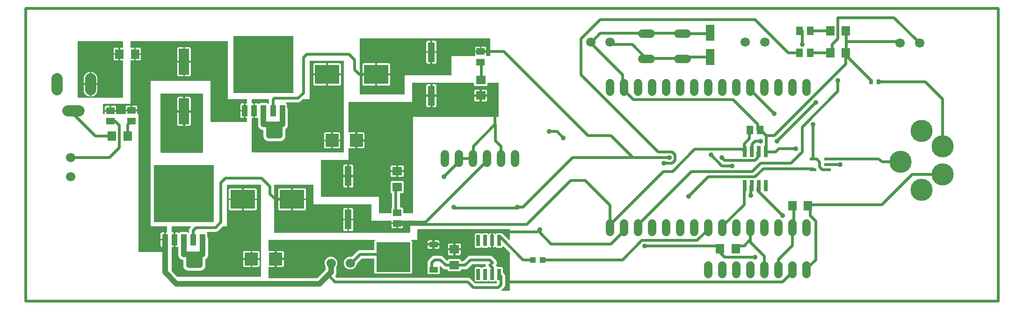
<source format=gbr>
G04 EAGLE Gerber RS-274X export*
G75*
%MOMM*%
%FSLAX34Y34*%
%LPD*%
%INTop Copper*%
%IPPOS*%
%AMOC8*
5,1,8,0,0,1.08239X$1,22.5*%
G01*
%ADD10R,10.800000X10.410000*%
%ADD11R,1.066800X2.159000*%
%ADD12R,1.900000X4.700000*%
%ADD13R,1.300000X3.600000*%
%ADD14C,1.524000*%
%ADD15R,1.600000X1.803000*%
%ADD16C,2.000000*%
%ADD17R,1.803000X1.600000*%
%ADD18R,0.660400X2.032000*%
%ADD19R,1.000000X1.100000*%
%ADD20R,1.500000X1.300000*%
%ADD21R,2.400000X2.400000*%
%ADD22C,4.016000*%
%ADD23R,1.200000X0.550000*%
%ADD24R,0.700000X0.900000*%
%ADD25R,4.500000X3.500000*%
%ADD26R,1.300000X1.500000*%
%ADD27C,1.500000*%
%ADD28C,1.700000*%
%ADD29R,6.200000X5.400000*%
%ADD30R,1.600000X1.000000*%
%ADD31R,1.600000X3.000000*%
%ADD32C,0.900000*%
%ADD33C,0.500000*%
%ADD34C,1.000000*%

G36*
X640952Y139010D02*
X640952Y139010D01*
X641016Y139009D01*
X641091Y139030D01*
X641167Y139041D01*
X641226Y139067D01*
X641288Y139084D01*
X641354Y139125D01*
X641424Y139157D01*
X641473Y139199D01*
X641528Y139232D01*
X641580Y139290D01*
X641638Y139340D01*
X641674Y139394D01*
X641717Y139442D01*
X641750Y139511D01*
X641793Y139576D01*
X641812Y139638D01*
X641840Y139695D01*
X641851Y139765D01*
X641875Y139846D01*
X641876Y139931D01*
X641887Y140000D01*
X641887Y147841D01*
X642207Y148160D01*
X642264Y148237D01*
X642329Y148308D01*
X642349Y148349D01*
X642376Y148386D01*
X642410Y148476D01*
X642452Y148562D01*
X642458Y148604D01*
X642475Y148650D01*
X642485Y148777D01*
X642499Y148867D01*
X642499Y175198D01*
X642486Y175293D01*
X642481Y175389D01*
X642466Y175432D01*
X642459Y175477D01*
X642420Y175565D01*
X642388Y175656D01*
X642363Y175690D01*
X642343Y175734D01*
X642260Y175832D01*
X642207Y175905D01*
X640224Y177887D01*
X640224Y196373D01*
X641982Y198131D01*
X662498Y198131D01*
X664256Y196373D01*
X664256Y177887D01*
X662498Y176129D01*
X658500Y176129D01*
X658436Y176120D01*
X658372Y176121D01*
X658297Y176100D01*
X658221Y176089D01*
X658162Y176063D01*
X658100Y176046D01*
X658034Y176005D01*
X657964Y175973D01*
X657915Y175931D01*
X657860Y175898D01*
X657808Y175840D01*
X657750Y175790D01*
X657714Y175736D01*
X657671Y175688D01*
X657638Y175619D01*
X657595Y175554D01*
X657576Y175492D01*
X657548Y175435D01*
X657537Y175365D01*
X657513Y175284D01*
X657512Y175199D01*
X657501Y175130D01*
X657501Y150598D01*
X657510Y150534D01*
X657509Y150470D01*
X657530Y150395D01*
X657541Y150319D01*
X657567Y150260D01*
X657584Y150198D01*
X657625Y150132D01*
X657657Y150062D01*
X657699Y150013D01*
X657732Y149958D01*
X657790Y149906D01*
X657840Y149848D01*
X657894Y149812D01*
X657942Y149769D01*
X658011Y149736D01*
X658076Y149693D01*
X658138Y149674D01*
X658195Y149646D01*
X658265Y149635D01*
X658346Y149611D01*
X658431Y149610D01*
X658500Y149599D01*
X661131Y149599D01*
X662889Y147841D01*
X662889Y140000D01*
X662898Y139936D01*
X662897Y139872D01*
X662918Y139797D01*
X662929Y139721D01*
X662955Y139662D01*
X662972Y139600D01*
X663013Y139534D01*
X663045Y139464D01*
X663087Y139415D01*
X663120Y139360D01*
X663178Y139308D01*
X663228Y139250D01*
X663282Y139214D01*
X663330Y139171D01*
X663399Y139138D01*
X663464Y139095D01*
X663526Y139076D01*
X663583Y139048D01*
X663653Y139037D01*
X663734Y139013D01*
X663819Y139012D01*
X663888Y139001D01*
X680000Y139001D01*
X680064Y139010D01*
X680128Y139009D01*
X680203Y139030D01*
X680279Y139041D01*
X680338Y139067D01*
X680400Y139084D01*
X680466Y139125D01*
X680536Y139157D01*
X680585Y139199D01*
X680640Y139232D01*
X680692Y139290D01*
X680750Y139340D01*
X680786Y139394D01*
X680829Y139442D01*
X680862Y139511D01*
X680905Y139576D01*
X680924Y139638D01*
X680952Y139695D01*
X680963Y139765D01*
X680987Y139846D01*
X680988Y139931D01*
X680999Y140000D01*
X680999Y314001D01*
X835000Y314001D01*
X835064Y314010D01*
X835128Y314009D01*
X835203Y314030D01*
X835279Y314041D01*
X835338Y314067D01*
X835400Y314084D01*
X835466Y314125D01*
X835536Y314157D01*
X835585Y314199D01*
X835640Y314232D01*
X835692Y314290D01*
X835750Y314340D01*
X835786Y314394D01*
X835829Y314442D01*
X835862Y314511D01*
X835905Y314576D01*
X835924Y314638D01*
X835952Y314695D01*
X835963Y314765D01*
X835987Y314846D01*
X835988Y314931D01*
X835999Y315000D01*
X835999Y375000D01*
X835990Y375064D01*
X835991Y375128D01*
X835970Y375203D01*
X835959Y375279D01*
X835933Y375338D01*
X835916Y375400D01*
X835875Y375466D01*
X835843Y375536D01*
X835801Y375585D01*
X835768Y375640D01*
X835710Y375692D01*
X835660Y375750D01*
X835606Y375786D01*
X835558Y375829D01*
X835489Y375862D01*
X835424Y375905D01*
X835362Y375924D01*
X835305Y375952D01*
X835235Y375963D01*
X835154Y375987D01*
X835069Y375988D01*
X835000Y375999D01*
X816363Y375999D01*
X816299Y375990D01*
X816235Y375991D01*
X816160Y375970D01*
X816084Y375959D01*
X816025Y375933D01*
X815963Y375916D01*
X815897Y375875D01*
X815827Y375843D01*
X815778Y375801D01*
X815723Y375768D01*
X815671Y375710D01*
X815613Y375660D01*
X815577Y375606D01*
X815534Y375558D01*
X815501Y375489D01*
X815458Y375424D01*
X815439Y375362D01*
X815411Y375305D01*
X815400Y375235D01*
X815376Y375154D01*
X815375Y375069D01*
X815364Y375000D01*
X815364Y371577D01*
X813606Y369819D01*
X793090Y369819D01*
X791332Y371577D01*
X791332Y375000D01*
X791323Y375064D01*
X791324Y375128D01*
X791303Y375203D01*
X791292Y375279D01*
X791266Y375338D01*
X791249Y375400D01*
X791208Y375466D01*
X791176Y375536D01*
X791134Y375585D01*
X791101Y375640D01*
X791043Y375692D01*
X790993Y375750D01*
X790939Y375786D01*
X790891Y375829D01*
X790822Y375862D01*
X790757Y375905D01*
X790695Y375924D01*
X790638Y375952D01*
X790568Y375963D01*
X790487Y375987D01*
X790402Y375988D01*
X790333Y375999D01*
X680000Y375999D01*
X679936Y375990D01*
X679872Y375991D01*
X679797Y375970D01*
X679721Y375959D01*
X679662Y375933D01*
X679600Y375916D01*
X679534Y375875D01*
X679464Y375843D01*
X679415Y375801D01*
X679360Y375768D01*
X679308Y375710D01*
X679250Y375660D01*
X679214Y375606D01*
X679171Y375558D01*
X679138Y375489D01*
X679095Y375424D01*
X679076Y375362D01*
X679048Y375305D01*
X679037Y375235D01*
X679013Y375154D01*
X679012Y375069D01*
X679001Y375000D01*
X679001Y340999D01*
X565000Y340999D01*
X564936Y340990D01*
X564872Y340991D01*
X564797Y340970D01*
X564721Y340959D01*
X564662Y340933D01*
X564600Y340916D01*
X564534Y340875D01*
X564464Y340843D01*
X564415Y340801D01*
X564360Y340768D01*
X564308Y340710D01*
X564250Y340660D01*
X564214Y340606D01*
X564171Y340558D01*
X564138Y340489D01*
X564095Y340424D01*
X564076Y340362D01*
X564048Y340305D01*
X564037Y340235D01*
X564013Y340154D01*
X564012Y340069D01*
X564001Y340000D01*
X564001Y286479D01*
X564007Y286436D01*
X564004Y286393D01*
X564027Y286297D01*
X564041Y286200D01*
X564058Y286161D01*
X564068Y286119D01*
X564116Y286033D01*
X564157Y285943D01*
X564185Y285910D01*
X564206Y285873D01*
X564276Y285803D01*
X564340Y285729D01*
X564376Y285705D01*
X564407Y285675D01*
X564494Y285628D01*
X564576Y285574D01*
X564617Y285562D01*
X564655Y285541D01*
X564752Y285520D01*
X564846Y285492D01*
X564889Y285491D01*
X564931Y285482D01*
X565030Y285489D01*
X565128Y285488D01*
X565169Y285499D01*
X565212Y285503D01*
X565292Y285533D01*
X565400Y285563D01*
X566069Y285743D01*
X576405Y285743D01*
X576405Y272202D01*
X576414Y272138D01*
X576413Y272074D01*
X576434Y272000D01*
X576445Y271923D01*
X576471Y271864D01*
X576488Y271802D01*
X576529Y271736D01*
X576561Y271666D01*
X576603Y271617D01*
X576636Y271562D01*
X576694Y271511D01*
X576744Y271452D01*
X576798Y271416D01*
X576846Y271373D01*
X576915Y271340D01*
X576980Y271297D01*
X577042Y271278D01*
X577099Y271250D01*
X577169Y271240D01*
X577250Y271215D01*
X577335Y271214D01*
X577404Y271203D01*
X578405Y271203D01*
X578405Y271201D01*
X577404Y271201D01*
X577340Y271192D01*
X577276Y271193D01*
X577201Y271172D01*
X577125Y271161D01*
X577066Y271135D01*
X577004Y271118D01*
X576938Y271077D01*
X576868Y271045D01*
X576819Y271003D01*
X576764Y270970D01*
X576712Y270912D01*
X576654Y270862D01*
X576618Y270808D01*
X576575Y270760D01*
X576542Y270691D01*
X576499Y270626D01*
X576480Y270564D01*
X576452Y270506D01*
X576442Y270437D01*
X576417Y270356D01*
X576416Y270271D01*
X576405Y270202D01*
X576405Y256661D01*
X566069Y256661D01*
X565344Y256856D01*
X565325Y256865D01*
X565308Y256867D01*
X565238Y256895D01*
X565195Y256900D01*
X565154Y256912D01*
X565056Y256914D01*
X564958Y256923D01*
X564915Y256915D01*
X564872Y256916D01*
X564777Y256890D01*
X564680Y256872D01*
X564642Y256852D01*
X564600Y256841D01*
X564516Y256789D01*
X564429Y256745D01*
X564397Y256715D01*
X564360Y256693D01*
X564294Y256620D01*
X564222Y256552D01*
X564200Y256515D01*
X564171Y256483D01*
X564128Y256395D01*
X564078Y256310D01*
X564067Y256268D01*
X564048Y256230D01*
X564035Y256145D01*
X564027Y256114D01*
X564013Y256067D01*
X564013Y256058D01*
X564007Y256037D01*
X564009Y255977D01*
X564001Y255925D01*
X564001Y235999D01*
X515000Y235999D01*
X514936Y235990D01*
X514872Y235991D01*
X514797Y235970D01*
X514721Y235959D01*
X514662Y235933D01*
X514600Y235916D01*
X514534Y235875D01*
X514464Y235843D01*
X514415Y235801D01*
X514360Y235768D01*
X514308Y235710D01*
X514250Y235660D01*
X514214Y235606D01*
X514171Y235558D01*
X514138Y235489D01*
X514095Y235424D01*
X514076Y235362D01*
X514048Y235305D01*
X514037Y235235D01*
X514013Y235154D01*
X514012Y235069D01*
X514001Y235000D01*
X514001Y170000D01*
X514010Y169936D01*
X514009Y169872D01*
X514030Y169797D01*
X514041Y169721D01*
X514067Y169662D01*
X514084Y169600D01*
X514125Y169534D01*
X514157Y169464D01*
X514199Y169415D01*
X514232Y169360D01*
X514290Y169308D01*
X514340Y169250D01*
X514394Y169214D01*
X514442Y169171D01*
X514511Y169138D01*
X514576Y169095D01*
X514638Y169076D01*
X514695Y169048D01*
X514765Y169037D01*
X514846Y169013D01*
X514931Y169012D01*
X515000Y169001D01*
X619001Y169001D01*
X619001Y140000D01*
X619010Y139936D01*
X619009Y139872D01*
X619030Y139797D01*
X619041Y139721D01*
X619067Y139662D01*
X619084Y139600D01*
X619125Y139534D01*
X619157Y139464D01*
X619199Y139415D01*
X619232Y139360D01*
X619290Y139308D01*
X619340Y139250D01*
X619394Y139214D01*
X619442Y139171D01*
X619511Y139138D01*
X619576Y139095D01*
X619638Y139076D01*
X619695Y139048D01*
X619765Y139037D01*
X619846Y139013D01*
X619931Y139012D01*
X620000Y139001D01*
X640888Y139001D01*
X640952Y139010D01*
G37*
G36*
X235020Y69242D02*
X235020Y69242D01*
X235039Y69240D01*
X235141Y69262D01*
X235243Y69279D01*
X235260Y69288D01*
X235280Y69292D01*
X235369Y69345D01*
X235460Y69394D01*
X235474Y69408D01*
X235491Y69418D01*
X235558Y69497D01*
X235630Y69572D01*
X235638Y69590D01*
X235651Y69605D01*
X235690Y69701D01*
X235733Y69795D01*
X235735Y69815D01*
X235743Y69833D01*
X235761Y70000D01*
X235761Y77375D01*
X235758Y77395D01*
X235760Y77414D01*
X235738Y77516D01*
X235722Y77618D01*
X235712Y77635D01*
X235708Y77655D01*
X235655Y77744D01*
X235606Y77835D01*
X235592Y77849D01*
X235582Y77866D01*
X235503Y77933D01*
X235428Y78005D01*
X235410Y78013D01*
X235395Y78026D01*
X235299Y78065D01*
X235205Y78108D01*
X235185Y78110D01*
X235167Y78118D01*
X235000Y78136D01*
X233589Y78136D01*
X233589Y90710D01*
X233586Y90730D01*
X233588Y90749D01*
X233566Y90851D01*
X233549Y90953D01*
X233540Y90970D01*
X233536Y90990D01*
X233483Y91079D01*
X233434Y91170D01*
X233420Y91184D01*
X233410Y91201D01*
X233331Y91268D01*
X233256Y91339D01*
X233238Y91348D01*
X233223Y91361D01*
X233127Y91400D01*
X233033Y91443D01*
X233013Y91445D01*
X232995Y91453D01*
X232828Y91471D01*
X232065Y91471D01*
X232065Y91473D01*
X232828Y91473D01*
X232848Y91476D01*
X232867Y91474D01*
X232969Y91496D01*
X233071Y91513D01*
X233088Y91522D01*
X233108Y91526D01*
X233197Y91579D01*
X233288Y91628D01*
X233302Y91642D01*
X233319Y91652D01*
X233386Y91731D01*
X233457Y91806D01*
X233466Y91824D01*
X233479Y91839D01*
X233518Y91935D01*
X233561Y92029D01*
X233563Y92049D01*
X233571Y92067D01*
X233589Y92234D01*
X233589Y104808D01*
X235000Y104808D01*
X235020Y104811D01*
X235039Y104809D01*
X235141Y104831D01*
X235243Y104847D01*
X235260Y104857D01*
X235280Y104861D01*
X235369Y104914D01*
X235460Y104963D01*
X235474Y104977D01*
X235491Y104987D01*
X235558Y105066D01*
X235630Y105141D01*
X235638Y105159D01*
X235651Y105174D01*
X235690Y105270D01*
X235733Y105364D01*
X235735Y105384D01*
X235743Y105402D01*
X235761Y105569D01*
X235761Y115000D01*
X235758Y115020D01*
X235760Y115039D01*
X235738Y115141D01*
X235722Y115243D01*
X235712Y115260D01*
X235708Y115280D01*
X235655Y115369D01*
X235606Y115460D01*
X235592Y115474D01*
X235582Y115491D01*
X235503Y115558D01*
X235428Y115630D01*
X235410Y115638D01*
X235395Y115651D01*
X235299Y115690D01*
X235205Y115733D01*
X235185Y115735D01*
X235167Y115743D01*
X235000Y115761D01*
X205761Y115761D01*
X205761Y379239D01*
X314239Y379239D01*
X314239Y305000D01*
X314242Y304980D01*
X314240Y304961D01*
X314262Y304859D01*
X314279Y304757D01*
X314288Y304740D01*
X314292Y304720D01*
X314345Y304631D01*
X314394Y304540D01*
X314408Y304526D01*
X314418Y304509D01*
X314497Y304442D01*
X314572Y304371D01*
X314590Y304362D01*
X314605Y304349D01*
X314701Y304310D01*
X314795Y304267D01*
X314815Y304265D01*
X314833Y304257D01*
X315000Y304239D01*
X380000Y304239D01*
X380020Y304242D01*
X380039Y304240D01*
X380141Y304262D01*
X380243Y304279D01*
X380260Y304288D01*
X380280Y304292D01*
X380369Y304345D01*
X380460Y304394D01*
X380474Y304408D01*
X380491Y304418D01*
X380558Y304497D01*
X380630Y304572D01*
X380638Y304590D01*
X380651Y304605D01*
X380690Y304701D01*
X380733Y304795D01*
X380735Y304815D01*
X380743Y304833D01*
X380761Y305000D01*
X380761Y311091D01*
X380758Y311111D01*
X380760Y311130D01*
X380738Y311232D01*
X380722Y311334D01*
X380712Y311351D01*
X380708Y311371D01*
X380655Y311460D01*
X380606Y311551D01*
X380592Y311565D01*
X380582Y311582D01*
X380503Y311649D01*
X380428Y311721D01*
X380410Y311729D01*
X380395Y311742D01*
X380299Y311781D01*
X380205Y311824D01*
X380185Y311826D01*
X380167Y311834D01*
X380000Y311852D01*
X377887Y311852D01*
X377887Y324426D01*
X377884Y324446D01*
X377886Y324465D01*
X377864Y324567D01*
X377847Y324669D01*
X377838Y324686D01*
X377834Y324706D01*
X377781Y324795D01*
X377732Y324886D01*
X377718Y324900D01*
X377708Y324917D01*
X377629Y324984D01*
X377554Y325055D01*
X377536Y325064D01*
X377521Y325077D01*
X377425Y325116D01*
X377331Y325159D01*
X377311Y325161D01*
X377293Y325169D01*
X377126Y325187D01*
X376363Y325187D01*
X376363Y325189D01*
X377126Y325189D01*
X377146Y325192D01*
X377165Y325190D01*
X377267Y325212D01*
X377369Y325229D01*
X377386Y325238D01*
X377406Y325242D01*
X377495Y325295D01*
X377586Y325344D01*
X377600Y325358D01*
X377617Y325368D01*
X377684Y325447D01*
X377755Y325522D01*
X377764Y325540D01*
X377777Y325555D01*
X377816Y325651D01*
X377859Y325745D01*
X377861Y325765D01*
X377869Y325783D01*
X377887Y325950D01*
X377887Y338524D01*
X380000Y338524D01*
X380020Y338527D01*
X380039Y338525D01*
X380141Y338547D01*
X380243Y338563D01*
X380260Y338573D01*
X380280Y338577D01*
X380369Y338630D01*
X380460Y338679D01*
X380474Y338693D01*
X380491Y338703D01*
X380558Y338782D01*
X380630Y338857D01*
X380638Y338875D01*
X380651Y338890D01*
X380690Y338986D01*
X380733Y339080D01*
X380735Y339100D01*
X380743Y339118D01*
X380761Y339285D01*
X380761Y345000D01*
X380758Y345020D01*
X380760Y345039D01*
X380738Y345141D01*
X380722Y345243D01*
X380712Y345260D01*
X380708Y345280D01*
X380655Y345369D01*
X380606Y345460D01*
X380592Y345474D01*
X380582Y345491D01*
X380503Y345558D01*
X380428Y345630D01*
X380410Y345638D01*
X380395Y345651D01*
X380299Y345690D01*
X380205Y345733D01*
X380185Y345735D01*
X380167Y345743D01*
X380000Y345761D01*
X345761Y345761D01*
X345761Y450000D01*
X345758Y450020D01*
X345760Y450039D01*
X345738Y450141D01*
X345722Y450243D01*
X345712Y450260D01*
X345708Y450280D01*
X345655Y450369D01*
X345606Y450460D01*
X345592Y450474D01*
X345582Y450491D01*
X345503Y450558D01*
X345428Y450630D01*
X345410Y450638D01*
X345395Y450651D01*
X345299Y450690D01*
X345205Y450733D01*
X345185Y450735D01*
X345167Y450743D01*
X345000Y450761D01*
X170000Y450761D01*
X169980Y450758D01*
X169961Y450760D01*
X169859Y450738D01*
X169757Y450722D01*
X169740Y450712D01*
X169720Y450708D01*
X169631Y450655D01*
X169540Y450606D01*
X169526Y450592D01*
X169509Y450582D01*
X169442Y450503D01*
X169371Y450428D01*
X169362Y450410D01*
X169349Y450395D01*
X169310Y450299D01*
X169267Y450205D01*
X169265Y450185D01*
X169257Y450167D01*
X169239Y450000D01*
X169239Y439945D01*
X169241Y439934D01*
X169240Y439928D01*
X169241Y439920D01*
X169240Y439906D01*
X169262Y439804D01*
X169279Y439702D01*
X169288Y439685D01*
X169292Y439665D01*
X169345Y439576D01*
X169394Y439485D01*
X169408Y439471D01*
X169418Y439454D01*
X169497Y439387D01*
X169572Y439315D01*
X169590Y439307D01*
X169605Y439294D01*
X169701Y439255D01*
X169795Y439212D01*
X169815Y439210D01*
X169833Y439202D01*
X170000Y439184D01*
X176147Y439184D01*
X176147Y428390D01*
X176150Y428370D01*
X176148Y428351D01*
X176170Y428249D01*
X176187Y428147D01*
X176196Y428130D01*
X176200Y428110D01*
X176253Y428021D01*
X176302Y427930D01*
X176316Y427916D01*
X176326Y427899D01*
X176405Y427832D01*
X176480Y427761D01*
X176498Y427752D01*
X176513Y427739D01*
X176609Y427700D01*
X176703Y427657D01*
X176723Y427655D01*
X176741Y427647D01*
X176908Y427629D01*
X177671Y427629D01*
X177671Y427627D01*
X176908Y427627D01*
X176888Y427624D01*
X176869Y427626D01*
X176767Y427604D01*
X176665Y427587D01*
X176648Y427578D01*
X176628Y427574D01*
X176539Y427521D01*
X176448Y427472D01*
X176434Y427458D01*
X176417Y427448D01*
X176350Y427369D01*
X176279Y427294D01*
X176270Y427276D01*
X176257Y427261D01*
X176218Y427165D01*
X176175Y427071D01*
X176173Y427051D01*
X176165Y427033D01*
X176147Y426866D01*
X176147Y416072D01*
X170000Y416072D01*
X169980Y416069D01*
X169961Y416071D01*
X169859Y416049D01*
X169757Y416033D01*
X169740Y416023D01*
X169720Y416019D01*
X169631Y415966D01*
X169540Y415917D01*
X169526Y415903D01*
X169509Y415893D01*
X169442Y415814D01*
X169371Y415739D01*
X169362Y415721D01*
X169349Y415706D01*
X169310Y415610D01*
X169267Y415516D01*
X169265Y415496D01*
X169257Y415478D01*
X169239Y415311D01*
X169239Y337459D01*
X120000Y337459D01*
X119980Y337456D01*
X119961Y337458D01*
X119859Y337436D01*
X119757Y337420D01*
X119740Y337410D01*
X119720Y337406D01*
X119631Y337353D01*
X119540Y337304D01*
X119526Y337290D01*
X119509Y337280D01*
X119442Y337201D01*
X119371Y337126D01*
X119362Y337108D01*
X119349Y337093D01*
X119310Y336997D01*
X119267Y336903D01*
X119265Y336883D01*
X119257Y336865D01*
X119239Y336698D01*
X119239Y320000D01*
X119242Y319980D01*
X119240Y319961D01*
X119262Y319859D01*
X119279Y319757D01*
X119288Y319740D01*
X119292Y319720D01*
X119345Y319631D01*
X119394Y319540D01*
X119408Y319526D01*
X119418Y319509D01*
X119497Y319442D01*
X119572Y319371D01*
X119590Y319362D01*
X119605Y319349D01*
X119701Y319310D01*
X119795Y319267D01*
X119815Y319265D01*
X119833Y319257D01*
X120000Y319239D01*
X122594Y319239D01*
X122614Y319242D01*
X122633Y319240D01*
X122735Y319262D01*
X122837Y319279D01*
X122854Y319288D01*
X122874Y319292D01*
X122963Y319345D01*
X123054Y319394D01*
X123068Y319408D01*
X123085Y319418D01*
X123152Y319497D01*
X123224Y319572D01*
X123232Y319590D01*
X123245Y319605D01*
X123284Y319701D01*
X123327Y319795D01*
X123329Y319815D01*
X123337Y319833D01*
X123355Y320000D01*
X123355Y323325D01*
X132634Y323325D01*
X132654Y323328D01*
X132673Y323326D01*
X132775Y323348D01*
X132877Y323365D01*
X132894Y323374D01*
X132914Y323378D01*
X133003Y323431D01*
X133094Y323480D01*
X133108Y323494D01*
X133125Y323504D01*
X133192Y323583D01*
X133263Y323658D01*
X133272Y323676D01*
X133285Y323691D01*
X133324Y323787D01*
X133367Y323881D01*
X133369Y323901D01*
X133377Y323919D01*
X133395Y324086D01*
X133395Y324849D01*
X133397Y324849D01*
X133397Y324086D01*
X133400Y324066D01*
X133398Y324047D01*
X133420Y323945D01*
X133437Y323843D01*
X133446Y323826D01*
X133450Y323806D01*
X133503Y323717D01*
X133552Y323626D01*
X133566Y323612D01*
X133576Y323595D01*
X133655Y323528D01*
X133730Y323457D01*
X133748Y323448D01*
X133763Y323435D01*
X133859Y323396D01*
X133953Y323353D01*
X133973Y323351D01*
X133991Y323343D01*
X134158Y323325D01*
X143437Y323325D01*
X143437Y320000D01*
X143440Y319980D01*
X143438Y319961D01*
X143460Y319859D01*
X143476Y319757D01*
X143486Y319740D01*
X143490Y319720D01*
X143543Y319631D01*
X143592Y319540D01*
X143606Y319526D01*
X143616Y319509D01*
X143695Y319442D01*
X143770Y319371D01*
X143788Y319362D01*
X143803Y319349D01*
X143899Y319310D01*
X143993Y319267D01*
X144013Y319265D01*
X144031Y319257D01*
X144198Y319239D01*
X160446Y319239D01*
X160466Y319242D01*
X160485Y319240D01*
X160587Y319262D01*
X160689Y319279D01*
X160706Y319288D01*
X160726Y319292D01*
X160815Y319345D01*
X160906Y319394D01*
X160920Y319408D01*
X160937Y319418D01*
X161004Y319497D01*
X161076Y319572D01*
X161084Y319590D01*
X161097Y319605D01*
X161136Y319701D01*
X161179Y319795D01*
X161181Y319815D01*
X161189Y319833D01*
X161207Y320000D01*
X161207Y323949D01*
X170486Y323949D01*
X170506Y323952D01*
X170525Y323950D01*
X170627Y323972D01*
X170729Y323989D01*
X170746Y323998D01*
X170766Y324002D01*
X170855Y324055D01*
X170946Y324104D01*
X170960Y324118D01*
X170977Y324128D01*
X171044Y324207D01*
X171115Y324282D01*
X171124Y324300D01*
X171137Y324315D01*
X171176Y324411D01*
X171219Y324505D01*
X171221Y324525D01*
X171229Y324543D01*
X171247Y324710D01*
X171247Y325473D01*
X171249Y325473D01*
X171249Y324710D01*
X171252Y324690D01*
X171250Y324671D01*
X171272Y324569D01*
X171289Y324467D01*
X171298Y324450D01*
X171302Y324430D01*
X171355Y324341D01*
X171404Y324250D01*
X171418Y324236D01*
X171428Y324219D01*
X171507Y324152D01*
X171582Y324081D01*
X171600Y324072D01*
X171615Y324059D01*
X171711Y324020D01*
X171805Y323977D01*
X171825Y323975D01*
X171843Y323967D01*
X172010Y323949D01*
X181289Y323949D01*
X181289Y320000D01*
X181292Y319980D01*
X181290Y319961D01*
X181312Y319859D01*
X181328Y319757D01*
X181338Y319740D01*
X181342Y319720D01*
X181395Y319631D01*
X181444Y319540D01*
X181458Y319526D01*
X181468Y319509D01*
X181547Y319442D01*
X181622Y319371D01*
X181640Y319362D01*
X181655Y319349D01*
X181751Y319310D01*
X181845Y319267D01*
X181865Y319265D01*
X181883Y319257D01*
X182050Y319239D01*
X184239Y319239D01*
X184239Y70000D01*
X184242Y69980D01*
X184240Y69961D01*
X184262Y69859D01*
X184279Y69757D01*
X184288Y69740D01*
X184292Y69720D01*
X184345Y69631D01*
X184394Y69540D01*
X184408Y69526D01*
X184418Y69509D01*
X184497Y69442D01*
X184572Y69371D01*
X184590Y69362D01*
X184605Y69349D01*
X184701Y69310D01*
X184795Y69267D01*
X184815Y69265D01*
X184833Y69257D01*
X185000Y69239D01*
X235000Y69239D01*
X235020Y69242D01*
G37*
G36*
X855064Y-990D02*
X855064Y-990D01*
X855128Y-991D01*
X855203Y-970D01*
X855279Y-959D01*
X855338Y-933D01*
X855400Y-916D01*
X855466Y-875D01*
X855536Y-843D01*
X855585Y-801D01*
X855640Y-768D01*
X855692Y-710D01*
X855750Y-660D01*
X855786Y-606D01*
X855829Y-558D01*
X855862Y-489D01*
X855905Y-424D01*
X855924Y-362D01*
X855952Y-305D01*
X855963Y-235D01*
X855987Y-154D01*
X855988Y-69D01*
X855999Y0D01*
X855999Y67979D01*
X855991Y68040D01*
X855991Y68077D01*
X855984Y68101D01*
X855981Y68170D01*
X855966Y68213D01*
X855959Y68258D01*
X855920Y68346D01*
X855888Y68437D01*
X855863Y68471D01*
X855843Y68515D01*
X855760Y68613D01*
X855707Y68686D01*
X844859Y79534D01*
X844833Y79553D01*
X844812Y79578D01*
X844720Y79638D01*
X844633Y79703D01*
X844603Y79714D01*
X844576Y79732D01*
X844471Y79764D01*
X844369Y79803D01*
X844337Y79805D01*
X844306Y79815D01*
X844197Y79816D01*
X844088Y79824D01*
X844056Y79818D01*
X844024Y79818D01*
X843919Y79789D01*
X843812Y79767D01*
X843783Y79752D01*
X843752Y79743D01*
X843659Y79686D01*
X843563Y79634D01*
X843540Y79612D01*
X843512Y79595D01*
X843439Y79514D01*
X843361Y79438D01*
X843345Y79410D01*
X843323Y79386D01*
X843276Y79287D01*
X843222Y79192D01*
X843214Y79161D01*
X843200Y79132D01*
X843186Y79043D01*
X843157Y78918D01*
X843159Y78869D01*
X843153Y78827D01*
X843153Y78731D01*
X841395Y76973D01*
X832305Y76973D01*
X830881Y78397D01*
X830830Y78436D01*
X830785Y78482D01*
X830718Y78520D01*
X830656Y78566D01*
X830596Y78589D01*
X830540Y78621D01*
X830464Y78639D01*
X830392Y78666D01*
X830328Y78671D01*
X830265Y78686D01*
X830188Y78682D01*
X830111Y78688D01*
X830048Y78675D01*
X829984Y78671D01*
X829911Y78646D01*
X829835Y78630D01*
X829778Y78600D01*
X829717Y78579D01*
X829660Y78537D01*
X829586Y78498D01*
X829525Y78438D01*
X829468Y78397D01*
X829012Y77941D01*
X828433Y77606D01*
X827787Y77433D01*
X825800Y77433D01*
X825800Y89483D01*
X825791Y89546D01*
X825792Y89611D01*
X825771Y89685D01*
X825760Y89762D01*
X825734Y89820D01*
X825717Y89882D01*
X825676Y89948D01*
X825644Y90019D01*
X825602Y90068D01*
X825569Y90122D01*
X825557Y90133D01*
X825587Y90179D01*
X825630Y90227D01*
X825663Y90296D01*
X825706Y90361D01*
X825725Y90423D01*
X825753Y90481D01*
X825764Y90550D01*
X825788Y90631D01*
X825789Y90716D01*
X825800Y90785D01*
X825800Y102835D01*
X827787Y102835D01*
X828433Y102662D01*
X829012Y102327D01*
X829468Y101871D01*
X829520Y101832D01*
X829564Y101786D01*
X829632Y101748D01*
X829694Y101702D01*
X829754Y101679D01*
X829810Y101647D01*
X829885Y101629D01*
X829958Y101602D01*
X830022Y101597D01*
X830084Y101582D01*
X830162Y101586D01*
X830239Y101580D01*
X830302Y101593D01*
X830366Y101597D01*
X830439Y101622D01*
X830515Y101638D01*
X830572Y101668D01*
X830632Y101689D01*
X830689Y101731D01*
X830764Y101770D01*
X830825Y101830D01*
X830881Y101871D01*
X832305Y103295D01*
X841395Y103295D01*
X842308Y102382D01*
X842312Y102378D01*
X842316Y102374D01*
X842426Y102293D01*
X842534Y102212D01*
X842539Y102210D01*
X842543Y102207D01*
X842599Y102188D01*
X842798Y102113D01*
X842817Y102111D01*
X842818Y102111D01*
X843426Y101718D01*
X843518Y101675D01*
X843586Y101633D01*
X844249Y101359D01*
X844668Y100940D01*
X844765Y100867D01*
X844831Y100808D01*
X845329Y100486D01*
X845736Y99895D01*
X845804Y99821D01*
X845852Y99756D01*
X854293Y91314D01*
X854319Y91295D01*
X854340Y91270D01*
X854432Y91210D01*
X854519Y91145D01*
X854549Y91134D01*
X854576Y91116D01*
X854681Y91084D01*
X854783Y91045D01*
X854815Y91043D01*
X854846Y91034D01*
X854955Y91032D01*
X855064Y91024D01*
X855096Y91030D01*
X855128Y91030D01*
X855233Y91059D01*
X855340Y91081D01*
X855369Y91096D01*
X855400Y91105D01*
X855493Y91163D01*
X855589Y91214D01*
X855612Y91236D01*
X855640Y91253D01*
X855713Y91334D01*
X855791Y91410D01*
X855807Y91438D01*
X855829Y91462D01*
X855876Y91561D01*
X855930Y91656D01*
X855938Y91687D01*
X855952Y91716D01*
X855966Y91805D01*
X855995Y91930D01*
X855993Y91979D01*
X855999Y92021D01*
X855999Y110000D01*
X855990Y110064D01*
X855991Y110128D01*
X855970Y110203D01*
X855959Y110279D01*
X855933Y110338D01*
X855916Y110400D01*
X855875Y110466D01*
X855843Y110536D01*
X855801Y110585D01*
X855768Y110640D01*
X855710Y110692D01*
X855660Y110750D01*
X855606Y110786D01*
X855558Y110829D01*
X855489Y110862D01*
X855424Y110905D01*
X855362Y110924D01*
X855305Y110952D01*
X855235Y110963D01*
X855154Y110987D01*
X855069Y110988D01*
X855000Y110999D01*
X690000Y110999D01*
X689936Y110990D01*
X689872Y110991D01*
X689797Y110970D01*
X689721Y110959D01*
X689662Y110933D01*
X689600Y110916D01*
X689534Y110875D01*
X689464Y110843D01*
X689415Y110801D01*
X689360Y110768D01*
X689308Y110710D01*
X689250Y110660D01*
X689214Y110606D01*
X689171Y110558D01*
X689138Y110489D01*
X689095Y110424D01*
X689076Y110362D01*
X689048Y110305D01*
X689037Y110235D01*
X689013Y110154D01*
X689012Y110069D01*
X689001Y110000D01*
X689001Y90999D01*
X678657Y90999D01*
X678625Y90995D01*
X678593Y90997D01*
X678486Y90975D01*
X678378Y90959D01*
X678348Y90946D01*
X678317Y90940D01*
X678220Y90888D01*
X678121Y90843D01*
X678096Y90822D01*
X678068Y90807D01*
X677989Y90731D01*
X677906Y90660D01*
X677889Y90633D01*
X677866Y90610D01*
X677812Y90515D01*
X677752Y90424D01*
X677742Y90393D01*
X677727Y90365D01*
X677701Y90258D01*
X677670Y90154D01*
X677669Y90122D01*
X677662Y90091D01*
X677667Y89981D01*
X677666Y89872D01*
X677674Y89841D01*
X677676Y89809D01*
X677712Y89706D01*
X677741Y89600D01*
X677758Y89573D01*
X677769Y89542D01*
X677822Y89469D01*
X677889Y89360D01*
X677925Y89328D01*
X677950Y89293D01*
X679001Y88243D01*
X679001Y31757D01*
X677243Y29999D01*
X612757Y29999D01*
X610999Y31757D01*
X610999Y56500D01*
X610990Y56564D01*
X610991Y56628D01*
X610970Y56703D01*
X610959Y56779D01*
X610933Y56838D01*
X610916Y56900D01*
X610875Y56966D01*
X610843Y57036D01*
X610801Y57085D01*
X610768Y57140D01*
X610710Y57192D01*
X610660Y57250D01*
X610606Y57286D01*
X610558Y57329D01*
X610489Y57362D01*
X610424Y57405D01*
X610362Y57424D01*
X610305Y57452D01*
X610235Y57463D01*
X610154Y57487D01*
X610069Y57488D01*
X610000Y57499D01*
X588521Y57499D01*
X588426Y57486D01*
X588330Y57481D01*
X588287Y57466D01*
X588242Y57459D01*
X588154Y57420D01*
X588063Y57388D01*
X588029Y57363D01*
X587985Y57343D01*
X587887Y57260D01*
X587814Y57207D01*
X579293Y48686D01*
X579236Y48609D01*
X579171Y48538D01*
X579151Y48497D01*
X579124Y48460D01*
X579099Y48394D01*
X579095Y48388D01*
X579089Y48367D01*
X579048Y48284D01*
X579042Y48242D01*
X579025Y48196D01*
X579021Y48144D01*
X579013Y48118D01*
X579012Y48050D01*
X579001Y47979D01*
X579001Y46712D01*
X577250Y42485D01*
X574015Y39250D01*
X569788Y37499D01*
X565212Y37499D01*
X560985Y39250D01*
X557750Y42485D01*
X555999Y46712D01*
X555999Y51288D01*
X557750Y55515D01*
X560985Y58750D01*
X565212Y60501D01*
X569479Y60501D01*
X569574Y60514D01*
X569670Y60519D01*
X569713Y60534D01*
X569758Y60541D01*
X569846Y60580D01*
X569937Y60612D01*
X569971Y60637D01*
X570015Y60657D01*
X570113Y60740D01*
X570186Y60793D01*
X578501Y69108D01*
X580751Y71359D01*
X583508Y72501D01*
X610000Y72501D01*
X610064Y72510D01*
X610128Y72509D01*
X610203Y72530D01*
X610279Y72541D01*
X610338Y72567D01*
X610400Y72584D01*
X610466Y72625D01*
X610536Y72657D01*
X610585Y72699D01*
X610640Y72732D01*
X610692Y72790D01*
X610750Y72840D01*
X610786Y72894D01*
X610829Y72942D01*
X610862Y73011D01*
X610905Y73076D01*
X610924Y73138D01*
X610952Y73195D01*
X610963Y73265D01*
X610987Y73346D01*
X610988Y73431D01*
X610999Y73500D01*
X610999Y88243D01*
X612050Y89293D01*
X612069Y89319D01*
X612094Y89340D01*
X612154Y89432D01*
X612219Y89519D01*
X612230Y89549D01*
X612248Y89576D01*
X612280Y89681D01*
X612319Y89783D01*
X612321Y89815D01*
X612330Y89846D01*
X612332Y89955D01*
X612340Y90064D01*
X612334Y90096D01*
X612334Y90128D01*
X612305Y90233D01*
X612283Y90340D01*
X612268Y90369D01*
X612259Y90400D01*
X612202Y90493D01*
X612150Y90589D01*
X612128Y90612D01*
X612111Y90640D01*
X612030Y90713D01*
X611954Y90791D01*
X611925Y90807D01*
X611902Y90829D01*
X611803Y90876D01*
X611708Y90930D01*
X611677Y90938D01*
X611648Y90952D01*
X611559Y90966D01*
X611434Y90995D01*
X611385Y90993D01*
X611343Y90999D01*
X420000Y90999D01*
X419936Y90990D01*
X419872Y90991D01*
X419797Y90970D01*
X419721Y90959D01*
X419662Y90933D01*
X419600Y90916D01*
X419534Y90875D01*
X419464Y90843D01*
X419415Y90801D01*
X419360Y90768D01*
X419308Y90710D01*
X419250Y90660D01*
X419214Y90606D01*
X419171Y90558D01*
X419138Y90489D01*
X419095Y90424D01*
X419076Y90362D01*
X419048Y90305D01*
X419037Y90235D01*
X419013Y90154D01*
X419012Y90069D01*
X419001Y90000D01*
X419001Y72170D01*
X419010Y72106D01*
X419009Y72042D01*
X419030Y71967D01*
X419041Y71891D01*
X419067Y71832D01*
X419084Y71770D01*
X419125Y71704D01*
X419157Y71634D01*
X419199Y71585D01*
X419232Y71530D01*
X419290Y71478D01*
X419340Y71420D01*
X419394Y71384D01*
X419442Y71341D01*
X419511Y71308D01*
X419576Y71265D01*
X419638Y71246D01*
X419695Y71218D01*
X419765Y71207D01*
X419846Y71183D01*
X419931Y71182D01*
X420000Y71171D01*
X430341Y71171D01*
X430341Y57630D01*
X430350Y57566D01*
X430349Y57502D01*
X430370Y57428D01*
X430381Y57351D01*
X430407Y57292D01*
X430424Y57230D01*
X430465Y57164D01*
X430497Y57094D01*
X430539Y57045D01*
X430572Y56990D01*
X430630Y56939D01*
X430680Y56880D01*
X430734Y56844D01*
X430782Y56801D01*
X430851Y56768D01*
X430916Y56725D01*
X430978Y56706D01*
X431035Y56678D01*
X431105Y56668D01*
X431186Y56643D01*
X431271Y56642D01*
X431340Y56631D01*
X432341Y56631D01*
X432341Y56629D01*
X431340Y56629D01*
X431276Y56620D01*
X431212Y56621D01*
X431137Y56600D01*
X431061Y56589D01*
X431002Y56563D01*
X430940Y56546D01*
X430874Y56505D01*
X430804Y56473D01*
X430755Y56431D01*
X430700Y56398D01*
X430648Y56340D01*
X430590Y56290D01*
X430554Y56236D01*
X430511Y56188D01*
X430478Y56119D01*
X430435Y56054D01*
X430416Y55992D01*
X430388Y55934D01*
X430378Y55865D01*
X430353Y55784D01*
X430352Y55699D01*
X430341Y55630D01*
X430341Y42089D01*
X420000Y42089D01*
X419936Y42080D01*
X419872Y42081D01*
X419797Y42060D01*
X419721Y42049D01*
X419662Y42023D01*
X419600Y42006D01*
X419534Y41965D01*
X419464Y41933D01*
X419415Y41891D01*
X419360Y41858D01*
X419308Y41800D01*
X419250Y41750D01*
X419214Y41696D01*
X419171Y41648D01*
X419138Y41579D01*
X419095Y41514D01*
X419076Y41452D01*
X419048Y41395D01*
X419037Y41325D01*
X419013Y41244D01*
X419012Y41159D01*
X419001Y41090D01*
X419001Y22444D01*
X419010Y22380D01*
X419009Y22316D01*
X419030Y22241D01*
X419041Y22165D01*
X419067Y22106D01*
X419084Y22044D01*
X419125Y21978D01*
X419157Y21908D01*
X419199Y21859D01*
X419232Y21804D01*
X419290Y21752D01*
X419340Y21694D01*
X419394Y21658D01*
X419442Y21615D01*
X419511Y21582D01*
X419576Y21539D01*
X419638Y21520D01*
X419695Y21492D01*
X419765Y21481D01*
X419846Y21457D01*
X419931Y21456D01*
X420000Y21445D01*
X506888Y21445D01*
X506983Y21458D01*
X507079Y21463D01*
X507122Y21478D01*
X507167Y21485D01*
X507254Y21524D01*
X507345Y21556D01*
X507380Y21581D01*
X507424Y21601D01*
X507521Y21684D01*
X507594Y21737D01*
X522207Y36350D01*
X522264Y36427D01*
X522329Y36498D01*
X522349Y36539D01*
X522376Y36575D01*
X522410Y36665D01*
X522452Y36752D01*
X522458Y36794D01*
X522475Y36839D01*
X522485Y36967D01*
X522499Y37056D01*
X522499Y42892D01*
X522493Y42933D01*
X522496Y42975D01*
X522476Y43059D01*
X522459Y43171D01*
X522435Y43225D01*
X522423Y43275D01*
X520999Y46712D01*
X520999Y51288D01*
X522750Y55515D01*
X525985Y58750D01*
X530212Y60501D01*
X534788Y60501D01*
X539015Y58750D01*
X542250Y55515D01*
X544001Y51288D01*
X544001Y46712D01*
X542577Y43275D01*
X542566Y43234D01*
X542548Y43197D01*
X542535Y43112D01*
X542507Y43001D01*
X542509Y42943D01*
X542501Y42892D01*
X542501Y30511D01*
X540978Y26835D01*
X540582Y26439D01*
X540543Y26387D01*
X540497Y26343D01*
X540459Y26275D01*
X540413Y26213D01*
X540390Y26153D01*
X540358Y26097D01*
X540340Y26022D01*
X540313Y25949D01*
X540308Y25885D01*
X540293Y25823D01*
X540297Y25745D01*
X540291Y25668D01*
X540304Y25605D01*
X540308Y25541D01*
X540333Y25468D01*
X540349Y25392D01*
X540379Y25335D01*
X540400Y25275D01*
X540442Y25218D01*
X540481Y25143D01*
X540541Y25082D01*
X540582Y25026D01*
X542814Y22793D01*
X542891Y22736D01*
X542962Y22671D01*
X543003Y22651D01*
X543040Y22624D01*
X543130Y22590D01*
X543216Y22548D01*
X543258Y22542D01*
X543304Y22525D01*
X543431Y22515D01*
X543521Y22501D01*
X781492Y22501D01*
X784249Y21359D01*
X792814Y12793D01*
X792891Y12736D01*
X792962Y12671D01*
X793003Y12651D01*
X793040Y12624D01*
X793130Y12590D01*
X793216Y12548D01*
X793258Y12542D01*
X793304Y12525D01*
X793431Y12515D01*
X793521Y12501D01*
X831479Y12501D01*
X831574Y12514D01*
X831670Y12519D01*
X831713Y12534D01*
X831758Y12541D01*
X831846Y12580D01*
X831937Y12612D01*
X831971Y12637D01*
X832015Y12657D01*
X832098Y12727D01*
X832140Y12753D01*
X832157Y12773D01*
X832186Y12793D01*
X832207Y12814D01*
X832220Y12832D01*
X832230Y12840D01*
X832254Y12878D01*
X832264Y12891D01*
X832329Y12962D01*
X832349Y13003D01*
X832376Y13040D01*
X832410Y13130D01*
X832452Y13216D01*
X832458Y13258D01*
X832475Y13304D01*
X832485Y13431D01*
X832499Y13521D01*
X832499Y14897D01*
X832486Y14992D01*
X832481Y15088D01*
X832466Y15131D01*
X832459Y15176D01*
X832420Y15264D01*
X832388Y15355D01*
X832363Y15389D01*
X832343Y15433D01*
X832260Y15531D01*
X832207Y15604D01*
X831207Y16604D01*
X831155Y16642D01*
X831110Y16688D01*
X831043Y16727D01*
X830981Y16773D01*
X830921Y16796D01*
X830865Y16827D01*
X830790Y16845D01*
X830717Y16873D01*
X830653Y16878D01*
X830590Y16892D01*
X830513Y16888D01*
X830436Y16894D01*
X830373Y16881D01*
X830309Y16878D01*
X830236Y16853D01*
X830160Y16837D01*
X830103Y16807D01*
X830042Y16785D01*
X829986Y16744D01*
X829911Y16704D01*
X829850Y16645D01*
X829793Y16604D01*
X828695Y15505D01*
X819605Y15505D01*
X818507Y16604D01*
X818455Y16642D01*
X818410Y16688D01*
X818343Y16727D01*
X818281Y16773D01*
X818221Y16796D01*
X818165Y16827D01*
X818090Y16845D01*
X818017Y16873D01*
X817953Y16878D01*
X817891Y16892D01*
X817813Y16888D01*
X817736Y16894D01*
X817673Y16881D01*
X817609Y16878D01*
X817536Y16853D01*
X817460Y16837D01*
X817403Y16807D01*
X817342Y16785D01*
X817286Y16744D01*
X817211Y16704D01*
X817150Y16645D01*
X817093Y16604D01*
X815995Y15505D01*
X806905Y15505D01*
X805807Y16604D01*
X805755Y16642D01*
X805710Y16688D01*
X805643Y16727D01*
X805581Y16773D01*
X805521Y16796D01*
X805465Y16827D01*
X805390Y16845D01*
X805317Y16873D01*
X805253Y16878D01*
X805191Y16892D01*
X805113Y16888D01*
X805036Y16894D01*
X804973Y16881D01*
X804909Y16878D01*
X804836Y16853D01*
X804760Y16837D01*
X804703Y16807D01*
X804642Y16785D01*
X804586Y16744D01*
X804511Y16704D01*
X804450Y16645D01*
X804393Y16604D01*
X803295Y15505D01*
X794205Y15505D01*
X792447Y17263D01*
X792447Y40069D01*
X794205Y41827D01*
X803295Y41827D01*
X804393Y40728D01*
X804445Y40690D01*
X804490Y40644D01*
X804557Y40605D01*
X804619Y40559D01*
X804679Y40536D01*
X804735Y40505D01*
X804810Y40487D01*
X804883Y40459D01*
X804947Y40454D01*
X805010Y40440D01*
X805087Y40444D01*
X805164Y40438D01*
X805227Y40451D01*
X805291Y40454D01*
X805364Y40479D01*
X805440Y40495D01*
X805497Y40525D01*
X805558Y40547D01*
X805614Y40588D01*
X805689Y40628D01*
X805750Y40687D01*
X805807Y40728D01*
X806905Y41827D01*
X811700Y41827D01*
X811817Y41843D01*
X811936Y41855D01*
X811957Y41863D01*
X811979Y41867D01*
X812087Y41915D01*
X812198Y41959D01*
X812216Y41973D01*
X812236Y41983D01*
X812326Y42060D01*
X812420Y42133D01*
X812433Y42151D01*
X812451Y42166D01*
X812516Y42265D01*
X812585Y42362D01*
X812593Y42383D01*
X812605Y42402D01*
X812640Y42515D01*
X812679Y42627D01*
X812681Y42650D01*
X812687Y42672D01*
X812689Y42790D01*
X812696Y42909D01*
X812691Y42930D01*
X812691Y42954D01*
X812642Y43133D01*
X812623Y43208D01*
X812499Y43508D01*
X812499Y46500D01*
X812490Y46564D01*
X812491Y46628D01*
X812470Y46703D01*
X812459Y46779D01*
X812433Y46838D01*
X812416Y46900D01*
X812375Y46966D01*
X812343Y47036D01*
X812301Y47085D01*
X812268Y47140D01*
X812210Y47192D01*
X812160Y47250D01*
X812106Y47286D01*
X812058Y47329D01*
X811989Y47362D01*
X811924Y47405D01*
X811862Y47424D01*
X811805Y47452D01*
X811735Y47463D01*
X811654Y47487D01*
X811569Y47488D01*
X811500Y47499D01*
X788521Y47499D01*
X788426Y47486D01*
X788330Y47481D01*
X788287Y47466D01*
X788242Y47459D01*
X788154Y47420D01*
X788063Y47388D01*
X788029Y47363D01*
X787985Y47343D01*
X787887Y47260D01*
X787814Y47207D01*
X781499Y40892D01*
X779249Y38641D01*
X776492Y37499D01*
X768715Y37499D01*
X768651Y37490D01*
X768587Y37491D01*
X768512Y37470D01*
X768436Y37459D01*
X768377Y37433D01*
X768315Y37416D01*
X768249Y37375D01*
X768179Y37343D01*
X768130Y37301D01*
X768075Y37268D01*
X768023Y37210D01*
X767965Y37160D01*
X767929Y37106D01*
X767886Y37058D01*
X767853Y36989D01*
X767810Y36924D01*
X767791Y36862D01*
X767763Y36805D01*
X767752Y36735D01*
X767728Y36654D01*
X767727Y36569D01*
X767716Y36500D01*
X767716Y36437D01*
X765958Y34679D01*
X745442Y34679D01*
X743684Y36437D01*
X743684Y36500D01*
X743675Y36564D01*
X743676Y36628D01*
X743655Y36703D01*
X743644Y36779D01*
X743618Y36838D01*
X743601Y36900D01*
X743560Y36966D01*
X743528Y37036D01*
X743486Y37085D01*
X743453Y37140D01*
X743395Y37192D01*
X743345Y37250D01*
X743291Y37286D01*
X743243Y37329D01*
X743174Y37362D01*
X743109Y37405D01*
X743047Y37424D01*
X742990Y37452D01*
X742920Y37463D01*
X742839Y37487D01*
X742754Y37488D01*
X742685Y37499D01*
X738508Y37499D01*
X735751Y38641D01*
X733501Y40892D01*
X730707Y43686D01*
X730681Y43705D01*
X730660Y43730D01*
X730601Y43768D01*
X730570Y43796D01*
X730540Y43811D01*
X730481Y43855D01*
X730451Y43866D01*
X730424Y43884D01*
X730329Y43913D01*
X730316Y43919D01*
X730306Y43921D01*
X730217Y43955D01*
X730185Y43957D01*
X730154Y43967D01*
X730045Y43968D01*
X729936Y43976D01*
X729904Y43970D01*
X729872Y43970D01*
X729767Y43941D01*
X729660Y43919D01*
X729631Y43904D01*
X729600Y43895D01*
X729507Y43838D01*
X729411Y43786D01*
X729388Y43764D01*
X729360Y43747D01*
X729287Y43666D01*
X729209Y43590D01*
X729193Y43562D01*
X729171Y43538D01*
X729124Y43439D01*
X729107Y43409D01*
X729095Y43392D01*
X729093Y43386D01*
X729070Y43344D01*
X729062Y43313D01*
X729048Y43284D01*
X729034Y43195D01*
X729033Y43187D01*
X729013Y43122D01*
X729012Y43102D01*
X729005Y43070D01*
X729007Y43021D01*
X729001Y42979D01*
X729001Y30957D01*
X727243Y29199D01*
X708757Y29199D01*
X706999Y30957D01*
X706999Y43443D01*
X707207Y43650D01*
X707264Y43727D01*
X707329Y43798D01*
X707349Y43839D01*
X707376Y43876D01*
X707410Y43966D01*
X707452Y44052D01*
X707458Y44094D01*
X707475Y44140D01*
X707485Y44267D01*
X707499Y44357D01*
X707499Y51492D01*
X708641Y54249D01*
X715751Y61359D01*
X718508Y62501D01*
X731492Y62501D01*
X734249Y61359D01*
X741978Y53629D01*
X742004Y53610D01*
X742025Y53585D01*
X742117Y53525D01*
X742204Y53460D01*
X742234Y53449D01*
X742261Y53431D01*
X742366Y53399D01*
X742468Y53360D01*
X742500Y53358D01*
X742531Y53348D01*
X742640Y53347D01*
X742749Y53339D01*
X742781Y53345D01*
X742813Y53345D01*
X742918Y53374D01*
X743025Y53396D01*
X743054Y53411D01*
X743085Y53420D01*
X743178Y53477D01*
X743274Y53529D01*
X743297Y53551D01*
X743325Y53568D01*
X743398Y53649D01*
X743476Y53725D01*
X743492Y53753D01*
X743514Y53777D01*
X743561Y53876D01*
X743615Y53971D01*
X743623Y54002D01*
X743637Y54031D01*
X743651Y54120D01*
X743680Y54245D01*
X743678Y54294D01*
X743684Y54336D01*
X743684Y54923D01*
X745442Y56681D01*
X765958Y56681D01*
X767716Y54923D01*
X767716Y53500D01*
X767725Y53436D01*
X767724Y53372D01*
X767745Y53297D01*
X767756Y53221D01*
X767782Y53162D01*
X767799Y53100D01*
X767840Y53034D01*
X767872Y52964D01*
X767914Y52915D01*
X767947Y52860D01*
X768005Y52808D01*
X768055Y52750D01*
X768109Y52714D01*
X768157Y52671D01*
X768226Y52638D01*
X768291Y52595D01*
X768353Y52576D01*
X768410Y52548D01*
X768480Y52537D01*
X768561Y52513D01*
X768646Y52512D01*
X768715Y52501D01*
X771479Y52501D01*
X771574Y52514D01*
X771670Y52519D01*
X771713Y52534D01*
X771758Y52541D01*
X771846Y52580D01*
X771937Y52612D01*
X771971Y52637D01*
X772015Y52657D01*
X772113Y52740D01*
X772186Y52793D01*
X780751Y61359D01*
X783508Y62501D01*
X821492Y62501D01*
X824249Y61359D01*
X826499Y59108D01*
X829108Y56499D01*
X831359Y54249D01*
X832501Y51492D01*
X832501Y48508D01*
X831359Y45751D01*
X831314Y45707D01*
X831276Y45655D01*
X831230Y45610D01*
X831191Y45543D01*
X831145Y45481D01*
X831122Y45421D01*
X831091Y45365D01*
X831073Y45290D01*
X831045Y45217D01*
X831040Y45153D01*
X831026Y45090D01*
X831030Y45013D01*
X831024Y44936D01*
X831037Y44873D01*
X831040Y44809D01*
X831065Y44736D01*
X831081Y44660D01*
X831111Y44603D01*
X831133Y44542D01*
X831174Y44486D01*
X831214Y44411D01*
X831272Y44351D01*
X831287Y44327D01*
X831296Y44318D01*
X831314Y44293D01*
X831359Y44249D01*
X832107Y42444D01*
X832111Y42435D01*
X832114Y42426D01*
X832183Y42314D01*
X832250Y42201D01*
X832257Y42194D01*
X832262Y42186D01*
X832360Y42098D01*
X832456Y42008D01*
X832464Y42004D01*
X832471Y41997D01*
X832590Y41940D01*
X832707Y41880D01*
X832717Y41878D01*
X832725Y41874D01*
X832801Y41862D01*
X832984Y41828D01*
X833008Y41830D01*
X833030Y41827D01*
X841395Y41827D01*
X843153Y40069D01*
X843153Y33210D01*
X843161Y33153D01*
X843160Y33094D01*
X843181Y33013D01*
X843193Y32931D01*
X843217Y32878D01*
X843232Y32821D01*
X843271Y32758D01*
X843309Y32674D01*
X843359Y32615D01*
X843394Y32559D01*
X845480Y30132D01*
X845510Y30105D01*
X845531Y30077D01*
X846359Y29249D01*
X846410Y29126D01*
X846412Y29123D01*
X846412Y29119D01*
X846439Y29077D01*
X846553Y28884D01*
X846566Y28871D01*
X846575Y28857D01*
X846661Y28757D01*
X847027Y27644D01*
X847044Y27608D01*
X847053Y27573D01*
X847501Y26492D01*
X847501Y26359D01*
X847501Y26356D01*
X847501Y26352D01*
X847509Y26304D01*
X847541Y26080D01*
X847548Y26064D01*
X847551Y26048D01*
X847592Y25922D01*
X847504Y24754D01*
X847506Y24714D01*
X847501Y24679D01*
X847501Y8508D01*
X846359Y5751D01*
X841500Y892D01*
X841499Y892D01*
X841314Y707D01*
X841295Y681D01*
X841270Y660D01*
X841210Y568D01*
X841145Y481D01*
X841134Y451D01*
X841116Y424D01*
X841084Y319D01*
X841045Y217D01*
X841043Y185D01*
X841034Y154D01*
X841032Y45D01*
X841024Y-64D01*
X841030Y-96D01*
X841030Y-128D01*
X841059Y-233D01*
X841081Y-340D01*
X841096Y-369D01*
X841105Y-400D01*
X841162Y-493D01*
X841214Y-589D01*
X841236Y-612D01*
X841253Y-640D01*
X841334Y-713D01*
X841410Y-791D01*
X841438Y-807D01*
X841462Y-829D01*
X841561Y-876D01*
X841656Y-930D01*
X841687Y-938D01*
X841716Y-952D01*
X841806Y-966D01*
X841930Y-995D01*
X841979Y-993D01*
X842021Y-999D01*
X855000Y-999D01*
X855064Y-990D01*
G37*
G36*
X555020Y249242D02*
X555020Y249242D01*
X555039Y249240D01*
X555141Y249262D01*
X555243Y249279D01*
X555260Y249288D01*
X555280Y249292D01*
X555369Y249345D01*
X555460Y249394D01*
X555474Y249408D01*
X555491Y249418D01*
X555558Y249497D01*
X555630Y249572D01*
X555638Y249590D01*
X555651Y249605D01*
X555690Y249701D01*
X555733Y249795D01*
X555735Y249815D01*
X555743Y249833D01*
X555761Y250000D01*
X555761Y415000D01*
X555758Y415020D01*
X555760Y415039D01*
X555738Y415141D01*
X555722Y415243D01*
X555712Y415260D01*
X555708Y415280D01*
X555655Y415369D01*
X555606Y415460D01*
X555592Y415474D01*
X555582Y415491D01*
X555503Y415558D01*
X555428Y415630D01*
X555410Y415638D01*
X555395Y415651D01*
X555299Y415690D01*
X555205Y415733D01*
X555185Y415735D01*
X555167Y415743D01*
X555000Y415761D01*
X495000Y415761D01*
X494980Y415758D01*
X494961Y415760D01*
X494859Y415738D01*
X494757Y415722D01*
X494740Y415712D01*
X494720Y415708D01*
X494631Y415655D01*
X494540Y415606D01*
X494526Y415592D01*
X494509Y415582D01*
X494442Y415503D01*
X494371Y415428D01*
X494362Y415410D01*
X494349Y415395D01*
X494310Y415299D01*
X494267Y415205D01*
X494265Y415185D01*
X494257Y415167D01*
X494239Y415000D01*
X494239Y345761D01*
X481906Y345761D01*
X481816Y345747D01*
X481725Y345739D01*
X481695Y345727D01*
X481663Y345722D01*
X481583Y345679D01*
X481499Y345643D01*
X481467Y345617D01*
X481446Y345606D01*
X481424Y345583D01*
X481368Y345538D01*
X477197Y341367D01*
X474440Y340225D01*
X451609Y340225D01*
X451538Y340214D01*
X451467Y340212D01*
X451418Y340194D01*
X451366Y340186D01*
X451303Y340152D01*
X451236Y340127D01*
X451195Y340095D01*
X451149Y340070D01*
X451100Y340018D01*
X451044Y339974D01*
X451016Y339930D01*
X450980Y339892D01*
X450950Y339827D01*
X450911Y339767D01*
X450898Y339716D01*
X450876Y339669D01*
X450868Y339598D01*
X450851Y339528D01*
X450855Y339476D01*
X450849Y339425D01*
X450864Y339354D01*
X450870Y339283D01*
X450890Y339235D01*
X450901Y339184D01*
X450938Y339123D01*
X450966Y339057D01*
X451011Y339001D01*
X451027Y338973D01*
X451045Y338958D01*
X451071Y338926D01*
X452771Y337226D01*
X452771Y331312D01*
X452785Y331222D01*
X452793Y331131D01*
X452805Y331101D01*
X452810Y331069D01*
X452853Y330988D01*
X452889Y330904D01*
X452897Y330894D01*
X454437Y327177D01*
X454437Y298011D01*
X452914Y294335D01*
X450224Y291645D01*
X450182Y291586D01*
X450134Y291536D01*
X450126Y291518D01*
X450111Y291501D01*
X450099Y291471D01*
X450080Y291445D01*
X450058Y291372D01*
X450030Y291313D01*
X450028Y291295D01*
X450019Y291273D01*
X450015Y291232D01*
X450008Y291210D01*
X450009Y291178D01*
X450001Y291106D01*
X450001Y278011D01*
X448478Y274335D01*
X445665Y271522D01*
X441989Y269999D01*
X418011Y269999D01*
X414335Y271522D01*
X411522Y274335D01*
X409999Y278011D01*
X409999Y289238D01*
X409996Y289258D01*
X409998Y289277D01*
X409976Y289379D01*
X409960Y289481D01*
X409950Y289498D01*
X409946Y289518D01*
X409893Y289607D01*
X409844Y289698D01*
X409830Y289712D01*
X409820Y289729D01*
X409741Y289796D01*
X409666Y289868D01*
X409648Y289876D01*
X409633Y289889D01*
X409537Y289928D01*
X409443Y289971D01*
X409423Y289973D01*
X409405Y289981D01*
X409238Y289999D01*
X408411Y289999D01*
X404735Y291522D01*
X401922Y294335D01*
X400399Y298011D01*
X400399Y311222D01*
X400380Y311338D01*
X400362Y311457D01*
X400360Y311460D01*
X400360Y311464D01*
X400304Y311570D01*
X400249Y311675D01*
X400246Y311678D01*
X400244Y311682D01*
X400157Y311764D01*
X400073Y311846D01*
X400069Y311848D01*
X400066Y311851D01*
X399958Y311901D01*
X399851Y311952D01*
X399847Y311953D01*
X399843Y311955D01*
X399725Y311968D01*
X399607Y311982D01*
X399602Y311981D01*
X399599Y311982D01*
X399585Y311979D01*
X399441Y311957D01*
X399050Y311852D01*
X394905Y311852D01*
X394905Y324426D01*
X394902Y324446D01*
X394904Y324465D01*
X394882Y324567D01*
X394865Y324669D01*
X394856Y324686D01*
X394852Y324706D01*
X394799Y324795D01*
X394750Y324886D01*
X394736Y324900D01*
X394726Y324917D01*
X394647Y324984D01*
X394572Y325055D01*
X394554Y325064D01*
X394539Y325077D01*
X394443Y325116D01*
X394349Y325159D01*
X394329Y325161D01*
X394311Y325169D01*
X394144Y325187D01*
X392620Y325187D01*
X392600Y325184D01*
X392581Y325186D01*
X392479Y325164D01*
X392377Y325147D01*
X392360Y325138D01*
X392340Y325134D01*
X392251Y325081D01*
X392160Y325032D01*
X392146Y325018D01*
X392129Y325008D01*
X392062Y324929D01*
X391991Y324854D01*
X391982Y324836D01*
X391969Y324821D01*
X391930Y324725D01*
X391887Y324631D01*
X391885Y324611D01*
X391877Y324593D01*
X391859Y324426D01*
X391859Y311852D01*
X390000Y311852D01*
X389980Y311849D01*
X389961Y311851D01*
X389859Y311829D01*
X389757Y311813D01*
X389740Y311803D01*
X389720Y311799D01*
X389631Y311746D01*
X389540Y311697D01*
X389526Y311683D01*
X389509Y311673D01*
X389442Y311594D01*
X389371Y311519D01*
X389362Y311501D01*
X389349Y311486D01*
X389310Y311390D01*
X389267Y311296D01*
X389265Y311276D01*
X389257Y311258D01*
X389239Y311091D01*
X389239Y250000D01*
X389242Y249980D01*
X389240Y249961D01*
X389262Y249859D01*
X389279Y249757D01*
X389288Y249740D01*
X389292Y249720D01*
X389345Y249631D01*
X389394Y249540D01*
X389408Y249526D01*
X389418Y249509D01*
X389497Y249442D01*
X389572Y249371D01*
X389590Y249362D01*
X389605Y249349D01*
X389701Y249310D01*
X389795Y249267D01*
X389815Y249265D01*
X389833Y249257D01*
X390000Y249239D01*
X555000Y249239D01*
X555020Y249242D01*
G37*
G36*
X665020Y354242D02*
X665020Y354242D01*
X665039Y354240D01*
X665141Y354262D01*
X665243Y354279D01*
X665260Y354288D01*
X665280Y354292D01*
X665369Y354345D01*
X665460Y354394D01*
X665474Y354408D01*
X665491Y354418D01*
X665558Y354497D01*
X665630Y354572D01*
X665638Y354590D01*
X665651Y354605D01*
X665690Y354701D01*
X665733Y354795D01*
X665735Y354815D01*
X665743Y354833D01*
X665761Y355000D01*
X665761Y389239D01*
X750000Y389239D01*
X750020Y389242D01*
X750039Y389240D01*
X750141Y389262D01*
X750243Y389279D01*
X750260Y389288D01*
X750280Y389292D01*
X750369Y389345D01*
X750460Y389394D01*
X750474Y389408D01*
X750491Y389418D01*
X750558Y389497D01*
X750630Y389572D01*
X750638Y389590D01*
X750651Y389605D01*
X750690Y389701D01*
X750733Y389795D01*
X750735Y389815D01*
X750743Y389833D01*
X750761Y390000D01*
X750761Y424239D01*
X792442Y424239D01*
X792559Y424258D01*
X792677Y424276D01*
X792681Y424278D01*
X792685Y424279D01*
X792789Y424334D01*
X792896Y424389D01*
X792899Y424392D01*
X792902Y424394D01*
X792983Y424479D01*
X793067Y424565D01*
X793069Y424569D01*
X793072Y424572D01*
X793122Y424681D01*
X793173Y424787D01*
X793174Y424791D01*
X793175Y424795D01*
X793188Y424913D01*
X793203Y425031D01*
X793202Y425036D01*
X793203Y425039D01*
X793200Y425053D01*
X793178Y425197D01*
X793159Y425266D01*
X793159Y430577D01*
X802438Y430577D01*
X802458Y430580D01*
X802477Y430578D01*
X802579Y430600D01*
X802681Y430617D01*
X802698Y430626D01*
X802718Y430630D01*
X802807Y430683D01*
X802898Y430732D01*
X802912Y430746D01*
X802929Y430756D01*
X802996Y430835D01*
X803067Y430910D01*
X803076Y430928D01*
X803089Y430943D01*
X803128Y431039D01*
X803171Y431133D01*
X803173Y431153D01*
X803181Y431171D01*
X803199Y431338D01*
X803199Y432101D01*
X803201Y432101D01*
X803201Y431338D01*
X803204Y431318D01*
X803202Y431299D01*
X803224Y431197D01*
X803241Y431095D01*
X803250Y431078D01*
X803254Y431058D01*
X803307Y430969D01*
X803356Y430878D01*
X803370Y430864D01*
X803380Y430847D01*
X803459Y430780D01*
X803534Y430709D01*
X803552Y430700D01*
X803567Y430687D01*
X803663Y430648D01*
X803757Y430605D01*
X803777Y430603D01*
X803795Y430595D01*
X803962Y430577D01*
X813241Y430577D01*
X813241Y425266D01*
X813222Y425197D01*
X813211Y425078D01*
X813197Y424961D01*
X813198Y424956D01*
X813198Y424952D01*
X813224Y424837D01*
X813250Y424720D01*
X813252Y424717D01*
X813253Y424713D01*
X813315Y424612D01*
X813376Y424509D01*
X813379Y424506D01*
X813381Y424503D01*
X813473Y424426D01*
X813563Y424349D01*
X813567Y424348D01*
X813570Y424345D01*
X813680Y424302D01*
X813791Y424257D01*
X813796Y424257D01*
X813799Y424255D01*
X813813Y424255D01*
X813958Y424239D01*
X820000Y424239D01*
X820020Y424242D01*
X820039Y424240D01*
X820141Y424262D01*
X820243Y424279D01*
X820260Y424288D01*
X820280Y424292D01*
X820369Y424345D01*
X820460Y424394D01*
X820474Y424408D01*
X820491Y424418D01*
X820558Y424497D01*
X820630Y424572D01*
X820638Y424590D01*
X820651Y424605D01*
X820690Y424701D01*
X820733Y424795D01*
X820735Y424815D01*
X820743Y424833D01*
X820761Y425000D01*
X820761Y455000D01*
X820758Y455020D01*
X820760Y455039D01*
X820738Y455141D01*
X820722Y455243D01*
X820712Y455260D01*
X820708Y455280D01*
X820655Y455369D01*
X820606Y455460D01*
X820592Y455474D01*
X820582Y455491D01*
X820503Y455558D01*
X820428Y455630D01*
X820410Y455638D01*
X820395Y455651D01*
X820299Y455690D01*
X820205Y455733D01*
X820185Y455735D01*
X820167Y455743D01*
X820000Y455761D01*
X585000Y455761D01*
X584980Y455758D01*
X584961Y455760D01*
X584859Y455738D01*
X584757Y455722D01*
X584740Y455712D01*
X584720Y455708D01*
X584631Y455655D01*
X584540Y455606D01*
X584526Y455592D01*
X584509Y455582D01*
X584442Y455503D01*
X584371Y455428D01*
X584362Y455410D01*
X584349Y455395D01*
X584310Y455299D01*
X584267Y455205D01*
X584265Y455185D01*
X584257Y455167D01*
X584239Y455000D01*
X584239Y355000D01*
X584242Y354980D01*
X584240Y354961D01*
X584262Y354859D01*
X584279Y354757D01*
X584288Y354740D01*
X584292Y354720D01*
X584345Y354631D01*
X584394Y354540D01*
X584408Y354526D01*
X584418Y354509D01*
X584497Y354442D01*
X584572Y354371D01*
X584590Y354362D01*
X584605Y354349D01*
X584701Y354310D01*
X584795Y354267D01*
X584815Y354265D01*
X584833Y354257D01*
X585000Y354239D01*
X665000Y354239D01*
X665020Y354242D01*
G37*
G36*
X405020Y24242D02*
X405020Y24242D01*
X405039Y24240D01*
X405141Y24262D01*
X405243Y24279D01*
X405260Y24288D01*
X405280Y24292D01*
X405369Y24345D01*
X405460Y24394D01*
X405474Y24408D01*
X405491Y24418D01*
X405558Y24497D01*
X405630Y24572D01*
X405638Y24590D01*
X405651Y24605D01*
X405690Y24701D01*
X405733Y24795D01*
X405735Y24815D01*
X405743Y24833D01*
X405761Y25000D01*
X405761Y190000D01*
X405758Y190020D01*
X405760Y190039D01*
X405738Y190141D01*
X405722Y190243D01*
X405712Y190260D01*
X405708Y190280D01*
X405655Y190369D01*
X405606Y190460D01*
X405592Y190474D01*
X405582Y190491D01*
X405503Y190558D01*
X405428Y190630D01*
X405410Y190638D01*
X405395Y190651D01*
X405299Y190690D01*
X405205Y190733D01*
X405185Y190735D01*
X405167Y190743D01*
X405000Y190761D01*
X345000Y190761D01*
X344980Y190758D01*
X344961Y190760D01*
X344859Y190738D01*
X344757Y190722D01*
X344740Y190712D01*
X344720Y190708D01*
X344631Y190655D01*
X344540Y190606D01*
X344526Y190592D01*
X344509Y190582D01*
X344442Y190503D01*
X344371Y190428D01*
X344362Y190410D01*
X344349Y190395D01*
X344310Y190299D01*
X344267Y190205D01*
X344265Y190185D01*
X344257Y190167D01*
X344239Y190000D01*
X344239Y115761D01*
X336742Y115761D01*
X336652Y115747D01*
X336561Y115739D01*
X336531Y115727D01*
X336499Y115722D01*
X336419Y115679D01*
X336335Y115643D01*
X336303Y115617D01*
X336282Y115606D01*
X336260Y115583D01*
X336204Y115538D01*
X327591Y106925D01*
X324834Y105783D01*
X308037Y105783D01*
X307966Y105772D01*
X307895Y105770D01*
X307846Y105752D01*
X307794Y105744D01*
X307731Y105710D01*
X307664Y105685D01*
X307623Y105653D01*
X307577Y105628D01*
X307528Y105576D01*
X307472Y105532D01*
X307444Y105488D01*
X307408Y105450D01*
X307378Y105385D01*
X307339Y105325D01*
X307326Y105274D01*
X307304Y105227D01*
X307296Y105156D01*
X307279Y105086D01*
X307283Y105034D01*
X307277Y104983D01*
X307292Y104912D01*
X307298Y104841D01*
X307318Y104793D01*
X307329Y104742D01*
X307366Y104681D01*
X307394Y104615D01*
X307439Y104559D01*
X307455Y104531D01*
X307473Y104516D01*
X307499Y104484D01*
X308473Y103510D01*
X308473Y97596D01*
X308488Y97505D01*
X308495Y97414D01*
X308507Y97385D01*
X308512Y97353D01*
X308555Y97272D01*
X308591Y97188D01*
X308599Y97178D01*
X310139Y93461D01*
X310139Y63011D01*
X308616Y59335D01*
X305803Y56522D01*
X305471Y56384D01*
X305372Y56323D01*
X305271Y56263D01*
X305267Y56258D01*
X305262Y56255D01*
X305188Y56165D01*
X305111Y56076D01*
X305109Y56070D01*
X305105Y56065D01*
X305063Y55957D01*
X305019Y55848D01*
X305018Y55840D01*
X305017Y55835D01*
X305016Y55817D01*
X305001Y55681D01*
X305001Y43011D01*
X303478Y39335D01*
X300665Y36522D01*
X296989Y34999D01*
X273011Y34999D01*
X269335Y36522D01*
X266522Y39335D01*
X264999Y43011D01*
X264999Y54238D01*
X264996Y54258D01*
X264998Y54277D01*
X264976Y54379D01*
X264960Y54481D01*
X264950Y54498D01*
X264946Y54518D01*
X264893Y54607D01*
X264844Y54698D01*
X264830Y54712D01*
X264820Y54729D01*
X264741Y54796D01*
X264666Y54868D01*
X264648Y54876D01*
X264633Y54889D01*
X264537Y54928D01*
X264443Y54971D01*
X264423Y54973D01*
X264405Y54981D01*
X264238Y54999D01*
X264113Y54999D01*
X260437Y56522D01*
X257624Y59335D01*
X256101Y63011D01*
X256101Y77506D01*
X256082Y77622D01*
X256064Y77741D01*
X256062Y77744D01*
X256062Y77748D01*
X256006Y77854D01*
X255951Y77959D01*
X255948Y77962D01*
X255946Y77966D01*
X255859Y78048D01*
X255775Y78130D01*
X255771Y78132D01*
X255768Y78135D01*
X255660Y78185D01*
X255553Y78236D01*
X255549Y78237D01*
X255545Y78239D01*
X255427Y78252D01*
X255309Y78266D01*
X255304Y78265D01*
X255301Y78266D01*
X255287Y78263D01*
X255143Y78241D01*
X254752Y78136D01*
X250607Y78136D01*
X250607Y90710D01*
X250604Y90730D01*
X250606Y90749D01*
X250584Y90851D01*
X250567Y90953D01*
X250558Y90970D01*
X250554Y90990D01*
X250501Y91079D01*
X250452Y91170D01*
X250438Y91184D01*
X250428Y91201D01*
X250349Y91268D01*
X250274Y91339D01*
X250256Y91348D01*
X250241Y91361D01*
X250145Y91400D01*
X250051Y91443D01*
X250031Y91445D01*
X250013Y91453D01*
X249846Y91471D01*
X248322Y91471D01*
X248302Y91468D01*
X248283Y91470D01*
X248181Y91448D01*
X248079Y91431D01*
X248062Y91422D01*
X248042Y91418D01*
X247953Y91365D01*
X247862Y91316D01*
X247848Y91302D01*
X247831Y91292D01*
X247764Y91213D01*
X247693Y91138D01*
X247684Y91120D01*
X247671Y91105D01*
X247632Y91009D01*
X247589Y90915D01*
X247587Y90895D01*
X247579Y90877D01*
X247561Y90710D01*
X247561Y78136D01*
X245000Y78136D01*
X244980Y78133D01*
X244961Y78135D01*
X244859Y78113D01*
X244757Y78097D01*
X244740Y78087D01*
X244720Y78083D01*
X244631Y78030D01*
X244540Y77981D01*
X244526Y77967D01*
X244509Y77957D01*
X244442Y77878D01*
X244371Y77803D01*
X244362Y77785D01*
X244349Y77770D01*
X244310Y77674D01*
X244267Y77580D01*
X244265Y77560D01*
X244257Y77542D01*
X244239Y77375D01*
X244239Y34618D01*
X244254Y34528D01*
X244261Y34437D01*
X244273Y34407D01*
X244279Y34375D01*
X244321Y34294D01*
X244357Y34210D01*
X244383Y34178D01*
X244394Y34158D01*
X244417Y34135D01*
X244462Y34079D01*
X254079Y24462D01*
X254153Y24409D01*
X254223Y24349D01*
X254253Y24337D01*
X254279Y24318D01*
X254366Y24291D01*
X254451Y24257D01*
X254492Y24253D01*
X254514Y24246D01*
X254546Y24247D01*
X254618Y24239D01*
X405000Y24239D01*
X405020Y24242D01*
G37*
G36*
X675020Y104242D02*
X675020Y104242D01*
X675039Y104240D01*
X675141Y104262D01*
X675243Y104279D01*
X675260Y104288D01*
X675280Y104292D01*
X675369Y104345D01*
X675460Y104394D01*
X675474Y104408D01*
X675491Y104418D01*
X675558Y104497D01*
X675630Y104572D01*
X675638Y104590D01*
X675651Y104605D01*
X675690Y104701D01*
X675733Y104795D01*
X675735Y104815D01*
X675743Y104833D01*
X675761Y105000D01*
X675761Y125000D01*
X675758Y125020D01*
X675760Y125039D01*
X675738Y125141D01*
X675722Y125243D01*
X675712Y125260D01*
X675708Y125280D01*
X675655Y125369D01*
X675606Y125460D01*
X675592Y125474D01*
X675582Y125491D01*
X675503Y125558D01*
X675428Y125630D01*
X675410Y125638D01*
X675395Y125651D01*
X675299Y125690D01*
X675205Y125733D01*
X675185Y125735D01*
X675167Y125743D01*
X675000Y125761D01*
X663190Y125761D01*
X663170Y125758D01*
X663151Y125760D01*
X663049Y125738D01*
X662947Y125722D01*
X662930Y125712D01*
X662910Y125708D01*
X662821Y125655D01*
X662730Y125606D01*
X662716Y125592D01*
X662699Y125582D01*
X662632Y125503D01*
X662560Y125428D01*
X662552Y125410D01*
X662539Y125395D01*
X662500Y125299D01*
X662457Y125205D01*
X662455Y125185D01*
X662447Y125167D01*
X662429Y125000D01*
X662429Y122621D01*
X653150Y122621D01*
X653130Y122618D01*
X653111Y122620D01*
X653009Y122598D01*
X652907Y122581D01*
X652890Y122572D01*
X652870Y122568D01*
X652781Y122515D01*
X652690Y122466D01*
X652676Y122452D01*
X652659Y122442D01*
X652592Y122363D01*
X652521Y122288D01*
X652512Y122270D01*
X652499Y122255D01*
X652460Y122159D01*
X652417Y122065D01*
X652415Y122045D01*
X652407Y122027D01*
X652389Y121860D01*
X652389Y121097D01*
X652387Y121097D01*
X652387Y121860D01*
X652384Y121880D01*
X652386Y121899D01*
X652364Y122001D01*
X652347Y122103D01*
X652338Y122120D01*
X652334Y122140D01*
X652281Y122229D01*
X652232Y122320D01*
X652218Y122334D01*
X652208Y122351D01*
X652129Y122418D01*
X652054Y122489D01*
X652036Y122498D01*
X652021Y122511D01*
X651925Y122550D01*
X651831Y122593D01*
X651811Y122595D01*
X651793Y122603D01*
X651626Y122621D01*
X642347Y122621D01*
X642347Y125000D01*
X642344Y125020D01*
X642346Y125039D01*
X642324Y125141D01*
X642308Y125243D01*
X642298Y125260D01*
X642294Y125280D01*
X642241Y125369D01*
X642192Y125460D01*
X642178Y125474D01*
X642168Y125491D01*
X642089Y125558D01*
X642014Y125630D01*
X641996Y125638D01*
X641981Y125651D01*
X641885Y125690D01*
X641791Y125733D01*
X641771Y125735D01*
X641753Y125743D01*
X641586Y125761D01*
X605761Y125761D01*
X605761Y155000D01*
X605758Y155020D01*
X605760Y155039D01*
X605738Y155141D01*
X605722Y155243D01*
X605712Y155260D01*
X605708Y155280D01*
X605655Y155369D01*
X605606Y155460D01*
X605592Y155474D01*
X605582Y155491D01*
X605503Y155558D01*
X605428Y155630D01*
X605410Y155638D01*
X605395Y155651D01*
X605299Y155690D01*
X605205Y155733D01*
X605185Y155735D01*
X605167Y155743D01*
X605000Y155761D01*
X500761Y155761D01*
X500761Y190000D01*
X500758Y190020D01*
X500760Y190039D01*
X500738Y190141D01*
X500722Y190243D01*
X500712Y190260D01*
X500708Y190280D01*
X500655Y190369D01*
X500606Y190460D01*
X500592Y190474D01*
X500582Y190491D01*
X500503Y190558D01*
X500428Y190630D01*
X500410Y190638D01*
X500395Y190651D01*
X500299Y190690D01*
X500205Y190733D01*
X500185Y190735D01*
X500167Y190743D01*
X500000Y190761D01*
X430000Y190761D01*
X429980Y190758D01*
X429961Y190760D01*
X429859Y190738D01*
X429757Y190722D01*
X429740Y190712D01*
X429720Y190708D01*
X429631Y190655D01*
X429540Y190606D01*
X429526Y190592D01*
X429509Y190582D01*
X429442Y190503D01*
X429371Y190428D01*
X429362Y190410D01*
X429349Y190395D01*
X429310Y190299D01*
X429267Y190205D01*
X429265Y190185D01*
X429257Y190167D01*
X429239Y190000D01*
X429239Y105000D01*
X429242Y104980D01*
X429240Y104961D01*
X429262Y104859D01*
X429279Y104757D01*
X429288Y104740D01*
X429292Y104720D01*
X429345Y104631D01*
X429394Y104540D01*
X429408Y104526D01*
X429418Y104509D01*
X429497Y104442D01*
X429572Y104371D01*
X429590Y104362D01*
X429605Y104349D01*
X429701Y104310D01*
X429795Y104267D01*
X429815Y104265D01*
X429833Y104257D01*
X430000Y104239D01*
X675000Y104239D01*
X675020Y104242D01*
G37*
G36*
X155020Y348146D02*
X155020Y348146D01*
X155039Y348144D01*
X155141Y348166D01*
X155243Y348183D01*
X155260Y348192D01*
X155280Y348196D01*
X155369Y348249D01*
X155460Y348298D01*
X155474Y348312D01*
X155491Y348322D01*
X155558Y348401D01*
X155630Y348476D01*
X155638Y348494D01*
X155651Y348509D01*
X155690Y348605D01*
X155733Y348699D01*
X155735Y348719D01*
X155743Y348737D01*
X155761Y348904D01*
X155761Y415311D01*
X155758Y415331D01*
X155760Y415350D01*
X155738Y415452D01*
X155722Y415554D01*
X155712Y415571D01*
X155708Y415591D01*
X155655Y415680D01*
X155606Y415771D01*
X155592Y415785D01*
X155582Y415802D01*
X155503Y415869D01*
X155428Y415941D01*
X155410Y415949D01*
X155395Y415962D01*
X155299Y416001D01*
X155205Y416044D01*
X155185Y416046D01*
X155167Y416054D01*
X155000Y416072D01*
X150753Y416072D01*
X150753Y426866D01*
X150750Y426886D01*
X150752Y426905D01*
X150730Y427007D01*
X150713Y427109D01*
X150704Y427126D01*
X150700Y427146D01*
X150647Y427235D01*
X150598Y427326D01*
X150584Y427340D01*
X150574Y427357D01*
X150495Y427424D01*
X150420Y427495D01*
X150402Y427504D01*
X150387Y427517D01*
X150291Y427556D01*
X150197Y427599D01*
X150177Y427601D01*
X150159Y427609D01*
X149992Y427627D01*
X149229Y427627D01*
X149229Y427629D01*
X149992Y427629D01*
X150012Y427632D01*
X150031Y427630D01*
X150133Y427652D01*
X150235Y427669D01*
X150252Y427678D01*
X150272Y427682D01*
X150361Y427735D01*
X150452Y427784D01*
X150466Y427798D01*
X150483Y427808D01*
X150550Y427887D01*
X150621Y427962D01*
X150630Y427980D01*
X150643Y427995D01*
X150682Y428091D01*
X150725Y428185D01*
X150727Y428205D01*
X150735Y428223D01*
X150753Y428390D01*
X150753Y439184D01*
X155000Y439184D01*
X155020Y439187D01*
X155039Y439185D01*
X155141Y439207D01*
X155243Y439223D01*
X155260Y439233D01*
X155280Y439237D01*
X155369Y439290D01*
X155460Y439339D01*
X155474Y439353D01*
X155491Y439363D01*
X155558Y439442D01*
X155630Y439517D01*
X155638Y439535D01*
X155651Y439550D01*
X155690Y439646D01*
X155733Y439740D01*
X155735Y439760D01*
X155743Y439778D01*
X155761Y439945D01*
X155761Y450000D01*
X155758Y450020D01*
X155760Y450039D01*
X155738Y450141D01*
X155722Y450243D01*
X155712Y450260D01*
X155708Y450280D01*
X155655Y450369D01*
X155606Y450460D01*
X155592Y450474D01*
X155582Y450491D01*
X155503Y450558D01*
X155428Y450630D01*
X155410Y450638D01*
X155395Y450651D01*
X155299Y450690D01*
X155205Y450733D01*
X155185Y450735D01*
X155167Y450743D01*
X155000Y450761D01*
X75000Y450761D01*
X74980Y450758D01*
X74961Y450760D01*
X74859Y450738D01*
X74757Y450722D01*
X74740Y450712D01*
X74720Y450708D01*
X74631Y450655D01*
X74540Y450606D01*
X74526Y450592D01*
X74509Y450582D01*
X74442Y450503D01*
X74371Y450428D01*
X74362Y450410D01*
X74349Y450395D01*
X74310Y450299D01*
X74267Y450205D01*
X74265Y450185D01*
X74257Y450167D01*
X74239Y450000D01*
X74239Y348904D01*
X74242Y348884D01*
X74240Y348865D01*
X74262Y348763D01*
X74279Y348661D01*
X74288Y348644D01*
X74292Y348624D01*
X74345Y348535D01*
X74394Y348444D01*
X74408Y348430D01*
X74418Y348413D01*
X74497Y348346D01*
X74572Y348275D01*
X74590Y348266D01*
X74605Y348253D01*
X74701Y348214D01*
X74795Y348171D01*
X74815Y348169D01*
X74833Y348161D01*
X75000Y348143D01*
X155000Y348143D01*
X155020Y348146D01*
G37*
G36*
X300064Y249010D02*
X300064Y249010D01*
X300128Y249009D01*
X300203Y249030D01*
X300279Y249041D01*
X300338Y249067D01*
X300400Y249084D01*
X300466Y249125D01*
X300536Y249157D01*
X300585Y249199D01*
X300640Y249232D01*
X300692Y249290D01*
X300750Y249340D01*
X300786Y249394D01*
X300829Y249442D01*
X300862Y249511D01*
X300905Y249576D01*
X300924Y249638D01*
X300952Y249695D01*
X300963Y249765D01*
X300987Y249846D01*
X300988Y249931D01*
X300999Y250000D01*
X300999Y355000D01*
X300990Y355064D01*
X300991Y355128D01*
X300970Y355203D01*
X300959Y355279D01*
X300933Y355338D01*
X300916Y355400D01*
X300875Y355466D01*
X300843Y355536D01*
X300801Y355585D01*
X300768Y355640D01*
X300710Y355692D01*
X300660Y355750D01*
X300606Y355786D01*
X300558Y355829D01*
X300489Y355862D01*
X300424Y355905D01*
X300362Y355924D01*
X300305Y355952D01*
X300235Y355963D01*
X300154Y355987D01*
X300069Y355988D01*
X300000Y355999D01*
X225000Y355999D01*
X224936Y355990D01*
X224872Y355991D01*
X224797Y355970D01*
X224721Y355959D01*
X224662Y355933D01*
X224600Y355916D01*
X224534Y355875D01*
X224464Y355843D01*
X224415Y355801D01*
X224360Y355768D01*
X224308Y355710D01*
X224250Y355660D01*
X224214Y355606D01*
X224171Y355558D01*
X224138Y355489D01*
X224095Y355424D01*
X224076Y355362D01*
X224048Y355305D01*
X224037Y355235D01*
X224013Y355154D01*
X224012Y355069D01*
X224001Y355000D01*
X224001Y250000D01*
X224010Y249936D01*
X224009Y249872D01*
X224030Y249797D01*
X224041Y249721D01*
X224067Y249662D01*
X224084Y249600D01*
X224125Y249534D01*
X224157Y249464D01*
X224199Y249415D01*
X224232Y249360D01*
X224290Y249308D01*
X224340Y249250D01*
X224394Y249214D01*
X224442Y249171D01*
X224511Y249138D01*
X224576Y249095D01*
X224638Y249076D01*
X224695Y249048D01*
X224765Y249037D01*
X224846Y249013D01*
X224931Y249012D01*
X225000Y249001D01*
X300000Y249001D01*
X300064Y249010D01*
G37*
%LPC*%
G36*
X794205Y76973D02*
X794205Y76973D01*
X792447Y78731D01*
X792447Y101537D01*
X794205Y103295D01*
X803295Y103295D01*
X804393Y102196D01*
X804445Y102158D01*
X804490Y102112D01*
X804557Y102073D01*
X804619Y102027D01*
X804679Y102004D01*
X804735Y101973D01*
X804810Y101955D01*
X804883Y101927D01*
X804947Y101922D01*
X805010Y101908D01*
X805087Y101912D01*
X805164Y101906D01*
X805227Y101919D01*
X805291Y101922D01*
X805364Y101947D01*
X805440Y101963D01*
X805497Y101993D01*
X805558Y102015D01*
X805614Y102056D01*
X805689Y102096D01*
X805750Y102155D01*
X805807Y102196D01*
X806905Y103295D01*
X815995Y103295D01*
X817419Y101871D01*
X817470Y101832D01*
X817515Y101786D01*
X817582Y101748D01*
X817644Y101702D01*
X817704Y101679D01*
X817760Y101647D01*
X817836Y101629D01*
X817908Y101602D01*
X817972Y101597D01*
X818035Y101582D01*
X818112Y101586D01*
X818189Y101580D01*
X818252Y101593D01*
X818316Y101597D01*
X818389Y101622D01*
X818465Y101638D01*
X818522Y101668D01*
X818583Y101689D01*
X818640Y101731D01*
X818714Y101770D01*
X818775Y101830D01*
X818832Y101871D01*
X819288Y102327D01*
X819867Y102662D01*
X820513Y102835D01*
X822500Y102835D01*
X822500Y90785D01*
X822509Y90722D01*
X822508Y90657D01*
X822529Y90583D01*
X822540Y90506D01*
X822566Y90448D01*
X822583Y90386D01*
X822624Y90320D01*
X822656Y90249D01*
X822697Y90200D01*
X822731Y90146D01*
X822743Y90135D01*
X822713Y90089D01*
X822670Y90041D01*
X822637Y89972D01*
X822594Y89907D01*
X822575Y89845D01*
X822547Y89787D01*
X822536Y89718D01*
X822512Y89637D01*
X822511Y89552D01*
X822500Y89483D01*
X822500Y77433D01*
X820513Y77433D01*
X819867Y77606D01*
X819288Y77941D01*
X818832Y78397D01*
X818780Y78436D01*
X818736Y78482D01*
X818668Y78520D01*
X818606Y78566D01*
X818546Y78589D01*
X818490Y78621D01*
X818415Y78639D01*
X818342Y78666D01*
X818278Y78671D01*
X818216Y78686D01*
X818138Y78682D01*
X818061Y78688D01*
X817998Y78675D01*
X817934Y78671D01*
X817861Y78646D01*
X817785Y78630D01*
X817728Y78600D01*
X817668Y78579D01*
X817611Y78537D01*
X817536Y78498D01*
X817475Y78438D01*
X817419Y78397D01*
X815995Y76973D01*
X806905Y76973D01*
X805807Y78072D01*
X805755Y78110D01*
X805710Y78156D01*
X805643Y78195D01*
X805581Y78241D01*
X805521Y78264D01*
X805465Y78295D01*
X805390Y78313D01*
X805317Y78341D01*
X805253Y78346D01*
X805191Y78360D01*
X805113Y78356D01*
X805036Y78362D01*
X804973Y78349D01*
X804909Y78346D01*
X804836Y78321D01*
X804760Y78305D01*
X804703Y78275D01*
X804642Y78253D01*
X804586Y78212D01*
X804511Y78172D01*
X804450Y78113D01*
X804393Y78072D01*
X803295Y76973D01*
X794205Y76973D01*
G37*
%LPD*%
%LPC*%
G36*
X615823Y392323D02*
X615823Y392323D01*
X615823Y410841D01*
X637134Y410841D01*
X637781Y410668D01*
X638360Y410333D01*
X638833Y409860D01*
X639168Y409281D01*
X639341Y408634D01*
X639341Y392323D01*
X615823Y392323D01*
G37*
%LPD*%
%LPC*%
G36*
X463283Y166047D02*
X463283Y166047D01*
X463283Y184565D01*
X484594Y184565D01*
X485241Y184392D01*
X485820Y184057D01*
X486293Y183584D01*
X486628Y183005D01*
X486801Y182358D01*
X486801Y166047D01*
X463283Y166047D01*
G37*
%LPD*%
%LPC*%
G36*
X374283Y166047D02*
X374283Y166047D01*
X374283Y184565D01*
X395594Y184565D01*
X396241Y184392D01*
X396820Y184057D01*
X397293Y183584D01*
X397628Y183005D01*
X397801Y182358D01*
X397801Y166047D01*
X374283Y166047D01*
G37*
%LPD*%
%LPC*%
G36*
X526823Y392323D02*
X526823Y392323D01*
X526823Y410841D01*
X548134Y410841D01*
X548781Y410668D01*
X549360Y410333D01*
X549833Y409860D01*
X550168Y409281D01*
X550341Y408634D01*
X550341Y392323D01*
X526823Y392323D01*
G37*
%LPD*%
%LPC*%
G36*
X500259Y392323D02*
X500259Y392323D01*
X500259Y408634D01*
X500432Y409281D01*
X500767Y409860D01*
X501240Y410333D01*
X501819Y410668D01*
X502466Y410841D01*
X523777Y410841D01*
X523777Y392323D01*
X500259Y392323D01*
G37*
%LPD*%
%LPC*%
G36*
X436719Y166047D02*
X436719Y166047D01*
X436719Y182358D01*
X436892Y183005D01*
X437227Y183584D01*
X437700Y184057D01*
X438279Y184392D01*
X438926Y184565D01*
X460237Y184565D01*
X460237Y166047D01*
X436719Y166047D01*
G37*
%LPD*%
%LPC*%
G36*
X347719Y166047D02*
X347719Y166047D01*
X347719Y182358D01*
X347892Y183005D01*
X348227Y183584D01*
X348700Y184057D01*
X349279Y184392D01*
X349926Y184565D01*
X371237Y184565D01*
X371237Y166047D01*
X347719Y166047D01*
G37*
%LPD*%
%LPC*%
G36*
X589259Y392323D02*
X589259Y392323D01*
X589259Y408634D01*
X589432Y409281D01*
X589767Y409860D01*
X590240Y410333D01*
X590819Y410668D01*
X591466Y410841D01*
X612777Y410841D01*
X612777Y392323D01*
X589259Y392323D01*
G37*
%LPD*%
%LPC*%
G36*
X526823Y370759D02*
X526823Y370759D01*
X526823Y389277D01*
X550341Y389277D01*
X550341Y372966D01*
X550168Y372319D01*
X549833Y371740D01*
X549360Y371267D01*
X548781Y370932D01*
X548134Y370759D01*
X526823Y370759D01*
G37*
%LPD*%
%LPC*%
G36*
X615823Y370759D02*
X615823Y370759D01*
X615823Y389277D01*
X639341Y389277D01*
X639341Y372966D01*
X639168Y372319D01*
X638833Y371740D01*
X638360Y371267D01*
X637781Y370932D01*
X637134Y370759D01*
X615823Y370759D01*
G37*
%LPD*%
%LPC*%
G36*
X463283Y144483D02*
X463283Y144483D01*
X463283Y163001D01*
X486801Y163001D01*
X486801Y146690D01*
X486628Y146043D01*
X486293Y145464D01*
X485820Y144991D01*
X485241Y144656D01*
X484594Y144483D01*
X463283Y144483D01*
G37*
%LPD*%
%LPC*%
G36*
X374283Y144483D02*
X374283Y144483D01*
X374283Y163001D01*
X397801Y163001D01*
X397801Y146690D01*
X397628Y146043D01*
X397293Y145464D01*
X396820Y144991D01*
X396241Y144656D01*
X395594Y144483D01*
X374283Y144483D01*
G37*
%LPD*%
%LPC*%
G36*
X349926Y144483D02*
X349926Y144483D01*
X349279Y144656D01*
X348700Y144991D01*
X348227Y145464D01*
X347892Y146043D01*
X347719Y146690D01*
X347719Y163001D01*
X371237Y163001D01*
X371237Y144483D01*
X349926Y144483D01*
G37*
%LPD*%
%LPC*%
G36*
X438926Y144483D02*
X438926Y144483D01*
X438279Y144656D01*
X437700Y144991D01*
X437227Y145464D01*
X436892Y146043D01*
X436719Y146690D01*
X436719Y163001D01*
X460237Y163001D01*
X460237Y144483D01*
X438926Y144483D01*
G37*
%LPD*%
%LPC*%
G36*
X502466Y370759D02*
X502466Y370759D01*
X501819Y370932D01*
X501240Y371267D01*
X500767Y371740D01*
X500432Y372319D01*
X500259Y372966D01*
X500259Y389277D01*
X523777Y389277D01*
X523777Y370759D01*
X502466Y370759D01*
G37*
%LPD*%
%LPC*%
G36*
X591466Y370759D02*
X591466Y370759D01*
X590819Y370932D01*
X590240Y371267D01*
X589767Y371740D01*
X589432Y372319D01*
X589259Y372966D01*
X589259Y389277D01*
X612777Y389277D01*
X612777Y370759D01*
X591466Y370759D01*
G37*
%LPD*%
G36*
X249866Y91476D02*
X249866Y91476D01*
X249885Y91474D01*
X249987Y91496D01*
X250089Y91513D01*
X250106Y91522D01*
X250126Y91526D01*
X250215Y91579D01*
X250306Y91628D01*
X250320Y91642D01*
X250337Y91652D01*
X250404Y91731D01*
X250475Y91806D01*
X250484Y91824D01*
X250497Y91839D01*
X250536Y91935D01*
X250579Y92029D01*
X250581Y92049D01*
X250589Y92067D01*
X250607Y92234D01*
X250607Y104808D01*
X254753Y104808D01*
X255399Y104635D01*
X255978Y104300D01*
X256451Y103827D01*
X256553Y103651D01*
X256629Y103558D01*
X256702Y103466D01*
X256706Y103464D01*
X256709Y103460D01*
X256809Y103397D01*
X256909Y103333D01*
X256914Y103332D01*
X256917Y103330D01*
X257032Y103302D01*
X257148Y103273D01*
X257152Y103273D01*
X257156Y103272D01*
X257275Y103283D01*
X257393Y103292D01*
X257397Y103294D01*
X257401Y103294D01*
X257511Y103342D01*
X257619Y103388D01*
X257623Y103391D01*
X257626Y103393D01*
X257637Y103402D01*
X257750Y103493D01*
X259525Y105268D01*
X272679Y105268D01*
X274073Y103874D01*
X274089Y103862D01*
X274101Y103847D01*
X274189Y103791D01*
X274272Y103730D01*
X274291Y103725D01*
X274308Y103714D01*
X274409Y103688D01*
X274508Y103658D01*
X274527Y103659D01*
X274547Y103654D01*
X274650Y103662D01*
X274753Y103664D01*
X274772Y103671D01*
X274792Y103673D01*
X274887Y103713D01*
X274984Y103749D01*
X275000Y103761D01*
X275018Y103769D01*
X275149Y103874D01*
X275396Y104121D01*
X275449Y104195D01*
X275509Y104264D01*
X275521Y104295D01*
X275540Y104321D01*
X275567Y104408D01*
X275601Y104493D01*
X275605Y104533D01*
X275612Y104556D01*
X275611Y104588D01*
X275619Y104659D01*
X275619Y109352D01*
X276761Y112109D01*
X279114Y114462D01*
X279156Y114520D01*
X279205Y114572D01*
X279227Y114619D01*
X279258Y114661D01*
X279279Y114730D01*
X279309Y114795D01*
X279315Y114847D01*
X279330Y114897D01*
X279328Y114968D01*
X279336Y115039D01*
X279325Y115090D01*
X279324Y115142D01*
X279299Y115210D01*
X279284Y115280D01*
X279257Y115324D01*
X279239Y115373D01*
X279194Y115429D01*
X279158Y115491D01*
X279118Y115525D01*
X279085Y115565D01*
X279025Y115604D01*
X278971Y115651D01*
X278922Y115670D01*
X278879Y115698D01*
X278809Y115716D01*
X278743Y115743D01*
X278671Y115751D01*
X278640Y115759D01*
X278617Y115757D01*
X278576Y115761D01*
X245000Y115761D01*
X244980Y115758D01*
X244961Y115760D01*
X244859Y115738D01*
X244757Y115722D01*
X244740Y115712D01*
X244720Y115708D01*
X244631Y115655D01*
X244540Y115606D01*
X244526Y115592D01*
X244509Y115582D01*
X244442Y115503D01*
X244371Y115428D01*
X244362Y115410D01*
X244349Y115395D01*
X244310Y115299D01*
X244267Y115205D01*
X244265Y115185D01*
X244257Y115167D01*
X244239Y115000D01*
X244239Y105569D01*
X244242Y105549D01*
X244240Y105530D01*
X244262Y105428D01*
X244279Y105326D01*
X244288Y105309D01*
X244292Y105289D01*
X244345Y105200D01*
X244394Y105109D01*
X244408Y105095D01*
X244418Y105078D01*
X244497Y105011D01*
X244572Y104939D01*
X244590Y104931D01*
X244605Y104918D01*
X244701Y104879D01*
X244795Y104836D01*
X244815Y104834D01*
X244833Y104826D01*
X245000Y104808D01*
X247561Y104808D01*
X247561Y92234D01*
X247564Y92214D01*
X247562Y92195D01*
X247584Y92093D01*
X247601Y91991D01*
X247610Y91974D01*
X247614Y91954D01*
X247667Y91865D01*
X247716Y91774D01*
X247730Y91760D01*
X247740Y91743D01*
X247819Y91676D01*
X247894Y91605D01*
X247912Y91596D01*
X247927Y91583D01*
X248023Y91544D01*
X248117Y91501D01*
X248137Y91499D01*
X248155Y91491D01*
X248322Y91473D01*
X249846Y91473D01*
X249866Y91476D01*
G37*
G36*
X394164Y325192D02*
X394164Y325192D01*
X394183Y325190D01*
X394285Y325212D01*
X394387Y325229D01*
X394404Y325238D01*
X394424Y325242D01*
X394513Y325295D01*
X394604Y325344D01*
X394618Y325358D01*
X394635Y325368D01*
X394702Y325447D01*
X394773Y325522D01*
X394782Y325540D01*
X394795Y325555D01*
X394834Y325651D01*
X394877Y325745D01*
X394879Y325765D01*
X394887Y325783D01*
X394905Y325950D01*
X394905Y338524D01*
X399051Y338524D01*
X399697Y338351D01*
X400276Y338016D01*
X400749Y337543D01*
X400851Y337367D01*
X400927Y337273D01*
X401000Y337182D01*
X401004Y337180D01*
X401007Y337176D01*
X401107Y337113D01*
X401207Y337049D01*
X401212Y337048D01*
X401215Y337046D01*
X401330Y337018D01*
X401446Y336989D01*
X401450Y336989D01*
X401454Y336988D01*
X401573Y336999D01*
X401691Y337008D01*
X401695Y337010D01*
X401699Y337010D01*
X401809Y337058D01*
X401917Y337104D01*
X401921Y337107D01*
X401924Y337109D01*
X401935Y337118D01*
X402048Y337209D01*
X403823Y338984D01*
X416977Y338984D01*
X418371Y337590D01*
X418387Y337578D01*
X418399Y337563D01*
X418487Y337507D01*
X418570Y337446D01*
X418589Y337441D01*
X418606Y337430D01*
X418707Y337404D01*
X418806Y337374D01*
X418825Y337375D01*
X418845Y337370D01*
X418948Y337378D01*
X419051Y337380D01*
X419070Y337387D01*
X419090Y337389D01*
X419185Y337429D01*
X419282Y337465D01*
X419298Y337477D01*
X419316Y337485D01*
X419447Y337590D01*
X419694Y337837D01*
X419747Y337911D01*
X419807Y337980D01*
X419819Y338011D01*
X419838Y338037D01*
X419865Y338124D01*
X419899Y338209D01*
X419903Y338249D01*
X419910Y338272D01*
X419909Y338304D01*
X419917Y338375D01*
X419917Y345000D01*
X419914Y345020D01*
X419916Y345039D01*
X419894Y345141D01*
X419878Y345243D01*
X419868Y345260D01*
X419864Y345280D01*
X419811Y345369D01*
X419762Y345460D01*
X419748Y345474D01*
X419738Y345491D01*
X419659Y345558D01*
X419584Y345630D01*
X419566Y345638D01*
X419551Y345651D01*
X419455Y345690D01*
X419361Y345733D01*
X419341Y345735D01*
X419323Y345743D01*
X419156Y345761D01*
X390000Y345761D01*
X389980Y345758D01*
X389961Y345760D01*
X389859Y345738D01*
X389757Y345722D01*
X389740Y345712D01*
X389720Y345708D01*
X389631Y345655D01*
X389540Y345606D01*
X389526Y345592D01*
X389509Y345582D01*
X389442Y345503D01*
X389371Y345428D01*
X389362Y345410D01*
X389349Y345395D01*
X389310Y345299D01*
X389267Y345205D01*
X389265Y345185D01*
X389257Y345167D01*
X389239Y345000D01*
X389239Y339285D01*
X389242Y339265D01*
X389240Y339246D01*
X389262Y339144D01*
X389279Y339042D01*
X389288Y339025D01*
X389292Y339005D01*
X389345Y338916D01*
X389394Y338825D01*
X389408Y338811D01*
X389418Y338794D01*
X389497Y338727D01*
X389572Y338655D01*
X389590Y338647D01*
X389605Y338634D01*
X389701Y338595D01*
X389795Y338552D01*
X389815Y338550D01*
X389833Y338542D01*
X390000Y338524D01*
X391859Y338524D01*
X391859Y325950D01*
X391862Y325930D01*
X391860Y325911D01*
X391882Y325809D01*
X391899Y325707D01*
X391908Y325690D01*
X391912Y325670D01*
X391965Y325581D01*
X392014Y325490D01*
X392028Y325476D01*
X392038Y325459D01*
X392117Y325392D01*
X392192Y325321D01*
X392210Y325312D01*
X392225Y325299D01*
X392321Y325260D01*
X392415Y325217D01*
X392435Y325215D01*
X392453Y325207D01*
X392620Y325189D01*
X394144Y325189D01*
X394164Y325192D01*
G37*
%LPC*%
G36*
X267915Y415285D02*
X267915Y415285D01*
X267915Y439803D01*
X276226Y439803D01*
X276873Y439630D01*
X277452Y439295D01*
X277925Y438822D01*
X278260Y438243D01*
X278433Y437596D01*
X278433Y415285D01*
X267915Y415285D01*
G37*
%LPD*%
%LPC*%
G36*
X267915Y412239D02*
X267915Y412239D01*
X278433Y412239D01*
X278433Y389928D01*
X278260Y389281D01*
X277925Y388702D01*
X277452Y388229D01*
X276873Y387894D01*
X276226Y387721D01*
X267915Y387721D01*
X267915Y412239D01*
G37*
%LPD*%
%LPC*%
G36*
X254351Y415285D02*
X254351Y415285D01*
X254351Y437596D01*
X254524Y438243D01*
X254859Y438822D01*
X255332Y439295D01*
X255911Y439630D01*
X256558Y439803D01*
X264869Y439803D01*
X264869Y415285D01*
X254351Y415285D01*
G37*
%LPD*%
%LPC*%
G36*
X256558Y387721D02*
X256558Y387721D01*
X255911Y387894D01*
X255332Y388229D01*
X254859Y388702D01*
X254524Y389281D01*
X254351Y389928D01*
X254351Y412239D01*
X264869Y412239D01*
X264869Y387721D01*
X256558Y387721D01*
G37*
%LPD*%
%LPC*%
G36*
X268391Y325761D02*
X268391Y325761D01*
X268391Y349803D01*
X276227Y349803D01*
X276873Y349630D01*
X277452Y349295D01*
X277925Y348822D01*
X278260Y348243D01*
X278433Y347597D01*
X278433Y325761D01*
X268391Y325761D01*
G37*
%LPD*%
%LPC*%
G36*
X268391Y297721D02*
X268391Y297721D01*
X268391Y321763D01*
X278433Y321763D01*
X278433Y299927D01*
X278260Y299281D01*
X277925Y298702D01*
X277452Y298229D01*
X276873Y297894D01*
X276227Y297721D01*
X268391Y297721D01*
G37*
%LPD*%
%LPC*%
G36*
X254351Y325761D02*
X254351Y325761D01*
X254351Y347597D01*
X254524Y348243D01*
X254859Y348822D01*
X255332Y349295D01*
X255911Y349630D01*
X256557Y349803D01*
X264393Y349803D01*
X264393Y325761D01*
X254351Y325761D01*
G37*
%LPD*%
%LPC*%
G36*
X256557Y297721D02*
X256557Y297721D01*
X255911Y297894D01*
X255332Y298229D01*
X254859Y298702D01*
X254524Y299281D01*
X254351Y299927D01*
X254351Y321763D01*
X264393Y321763D01*
X264393Y297721D01*
X256557Y297721D01*
G37*
%LPD*%
%LPC*%
G36*
X98823Y374423D02*
X98823Y374423D01*
X98823Y395356D01*
X100237Y395132D01*
X102114Y394522D01*
X103873Y393626D01*
X105470Y392466D01*
X106866Y391070D01*
X108026Y389473D01*
X108922Y387714D01*
X109532Y385837D01*
X109841Y383887D01*
X109841Y374423D01*
X98823Y374423D01*
G37*
%LPD*%
%LPC*%
G36*
X98823Y371377D02*
X98823Y371377D01*
X109841Y371377D01*
X109841Y361913D01*
X109532Y359963D01*
X108922Y358086D01*
X108026Y356327D01*
X106866Y354730D01*
X105470Y353334D01*
X103873Y352174D01*
X102114Y351278D01*
X100237Y350668D01*
X98823Y350444D01*
X98823Y371377D01*
G37*
%LPD*%
%LPC*%
G36*
X84759Y374423D02*
X84759Y374423D01*
X84759Y383887D01*
X85068Y385837D01*
X85678Y387714D01*
X86574Y389473D01*
X87734Y391070D01*
X89130Y392466D01*
X90727Y393626D01*
X92486Y394522D01*
X94363Y395132D01*
X95777Y395356D01*
X95777Y374423D01*
X84759Y374423D01*
G37*
%LPD*%
%LPC*%
G36*
X94363Y350668D02*
X94363Y350668D01*
X92486Y351278D01*
X90727Y352174D01*
X89130Y353334D01*
X87734Y354730D01*
X86574Y356327D01*
X85678Y358086D01*
X85068Y359963D01*
X84759Y361913D01*
X84759Y371377D01*
X95777Y371377D01*
X95777Y350444D01*
X94363Y350668D01*
G37*
%LPD*%
%LPC*%
G36*
X389863Y58153D02*
X389863Y58153D01*
X389863Y71171D01*
X400674Y71171D01*
X401321Y70998D01*
X401900Y70663D01*
X402373Y70190D01*
X402708Y69611D01*
X402881Y68964D01*
X402881Y58153D01*
X389863Y58153D01*
G37*
%LPD*%
%LPC*%
G36*
X535927Y272725D02*
X535927Y272725D01*
X535927Y285743D01*
X546738Y285743D01*
X547385Y285570D01*
X547964Y285235D01*
X548437Y284762D01*
X548772Y284183D01*
X548945Y283536D01*
X548945Y272725D01*
X535927Y272725D01*
G37*
%LPD*%
%LPC*%
G36*
X535927Y256661D02*
X535927Y256661D01*
X535927Y269679D01*
X548945Y269679D01*
X548945Y258868D01*
X548772Y258221D01*
X548437Y257642D01*
X547964Y257169D01*
X547385Y256834D01*
X546738Y256661D01*
X535927Y256661D01*
G37*
%LPD*%
%LPC*%
G36*
X519863Y272725D02*
X519863Y272725D01*
X519863Y283536D01*
X520036Y284183D01*
X520371Y284762D01*
X520844Y285235D01*
X521423Y285570D01*
X522070Y285743D01*
X532881Y285743D01*
X532881Y272725D01*
X519863Y272725D01*
G37*
%LPD*%
%LPC*%
G36*
X373799Y58153D02*
X373799Y58153D01*
X373799Y68964D01*
X373972Y69611D01*
X374307Y70190D01*
X374780Y70663D01*
X375359Y70998D01*
X376006Y71171D01*
X386817Y71171D01*
X386817Y58153D01*
X373799Y58153D01*
G37*
%LPD*%
%LPC*%
G36*
X389863Y42089D02*
X389863Y42089D01*
X389863Y55107D01*
X402881Y55107D01*
X402881Y44296D01*
X402708Y43649D01*
X402373Y43070D01*
X401900Y42597D01*
X401321Y42262D01*
X400674Y42089D01*
X389863Y42089D01*
G37*
%LPD*%
%LPC*%
G36*
X522070Y256661D02*
X522070Y256661D01*
X521423Y256834D01*
X520844Y257169D01*
X520371Y257642D01*
X520036Y258221D01*
X519863Y258868D01*
X519863Y269679D01*
X532881Y269679D01*
X532881Y256661D01*
X522070Y256661D01*
G37*
%LPD*%
%LPC*%
G36*
X376006Y42089D02*
X376006Y42089D01*
X375359Y42262D01*
X374780Y42597D01*
X374307Y43070D01*
X373972Y43649D01*
X373799Y44296D01*
X373799Y55107D01*
X386817Y55107D01*
X386817Y42089D01*
X376006Y42089D01*
G37*
%LPD*%
%LPC*%
G36*
X434339Y58629D02*
X434339Y58629D01*
X434339Y71171D01*
X444675Y71171D01*
X445321Y70998D01*
X445900Y70663D01*
X446373Y70190D01*
X446708Y69611D01*
X446881Y68965D01*
X446881Y58629D01*
X434339Y58629D01*
G37*
%LPD*%
%LPC*%
G36*
X580403Y273201D02*
X580403Y273201D01*
X580403Y285743D01*
X590739Y285743D01*
X591385Y285570D01*
X591964Y285235D01*
X592437Y284762D01*
X592772Y284183D01*
X592945Y283537D01*
X592945Y273201D01*
X580403Y273201D01*
G37*
%LPD*%
%LPC*%
G36*
X434339Y42089D02*
X434339Y42089D01*
X434339Y54631D01*
X446881Y54631D01*
X446881Y44295D01*
X446708Y43649D01*
X446373Y43070D01*
X445900Y42597D01*
X445321Y42262D01*
X444675Y42089D01*
X434339Y42089D01*
G37*
%LPD*%
%LPC*%
G36*
X580403Y256661D02*
X580403Y256661D01*
X580403Y269203D01*
X592945Y269203D01*
X592945Y258867D01*
X592772Y258221D01*
X592437Y257642D01*
X591964Y257169D01*
X591385Y256834D01*
X590739Y256661D01*
X580403Y256661D01*
G37*
%LPD*%
%LPC*%
G36*
X565123Y129473D02*
X565123Y129473D01*
X565123Y148491D01*
X570434Y148491D01*
X571081Y148318D01*
X571660Y147983D01*
X572133Y147510D01*
X572468Y146931D01*
X572641Y146284D01*
X572641Y129473D01*
X565123Y129473D01*
G37*
%LPD*%
%LPC*%
G36*
X715637Y432509D02*
X715637Y432509D01*
X715637Y451527D01*
X720948Y451527D01*
X721595Y451354D01*
X722174Y451019D01*
X722647Y450546D01*
X722982Y449967D01*
X723155Y449320D01*
X723155Y432509D01*
X715637Y432509D01*
G37*
%LPD*%
%LPC*%
G36*
X565123Y126427D02*
X565123Y126427D01*
X572641Y126427D01*
X572641Y109616D01*
X572468Y108969D01*
X572133Y108390D01*
X571660Y107917D01*
X571081Y107582D01*
X570434Y107409D01*
X565123Y107409D01*
X565123Y126427D01*
G37*
%LPD*%
%LPC*%
G36*
X715637Y429463D02*
X715637Y429463D01*
X723155Y429463D01*
X723155Y412652D01*
X722982Y412005D01*
X722647Y411426D01*
X722174Y410953D01*
X721595Y410618D01*
X720948Y410445D01*
X715637Y410445D01*
X715637Y429463D01*
G37*
%LPD*%
%LPC*%
G36*
X705073Y432509D02*
X705073Y432509D01*
X705073Y449320D01*
X705246Y449967D01*
X705581Y450546D01*
X706054Y451019D01*
X706633Y451354D01*
X707280Y451527D01*
X712591Y451527D01*
X712591Y432509D01*
X705073Y432509D01*
G37*
%LPD*%
%LPC*%
G36*
X554559Y129473D02*
X554559Y129473D01*
X554559Y146284D01*
X554732Y146931D01*
X555067Y147510D01*
X555540Y147983D01*
X556119Y148318D01*
X556766Y148491D01*
X562077Y148491D01*
X562077Y129473D01*
X554559Y129473D01*
G37*
%LPD*%
%LPC*%
G36*
X556766Y107409D02*
X556766Y107409D01*
X556119Y107582D01*
X555540Y107917D01*
X555067Y108390D01*
X554732Y108969D01*
X554559Y109616D01*
X554559Y126427D01*
X562077Y126427D01*
X562077Y107409D01*
X556766Y107409D01*
G37*
%LPD*%
%LPC*%
G36*
X707280Y410445D02*
X707280Y410445D01*
X706633Y410618D01*
X706054Y410953D01*
X705581Y411426D01*
X705246Y412005D01*
X705073Y412652D01*
X705073Y429463D01*
X712591Y429463D01*
X712591Y410445D01*
X707280Y410445D01*
G37*
%LPD*%
%LPC*%
G36*
X716113Y354235D02*
X716113Y354235D01*
X716113Y372777D01*
X720949Y372777D01*
X721595Y372604D01*
X722174Y372269D01*
X722647Y371796D01*
X722982Y371217D01*
X723155Y370571D01*
X723155Y354235D01*
X716113Y354235D01*
G37*
%LPD*%
%LPC*%
G36*
X565599Y208699D02*
X565599Y208699D01*
X565599Y227241D01*
X570435Y227241D01*
X571081Y227068D01*
X571660Y226733D01*
X572133Y226260D01*
X572468Y225681D01*
X572641Y225035D01*
X572641Y208699D01*
X565599Y208699D01*
G37*
%LPD*%
%LPC*%
G36*
X565599Y186159D02*
X565599Y186159D01*
X565599Y204701D01*
X572641Y204701D01*
X572641Y188365D01*
X572468Y187719D01*
X572133Y187140D01*
X571660Y186667D01*
X571081Y186332D01*
X570435Y186159D01*
X565599Y186159D01*
G37*
%LPD*%
%LPC*%
G36*
X716113Y331695D02*
X716113Y331695D01*
X716113Y350237D01*
X723155Y350237D01*
X723155Y333901D01*
X722982Y333255D01*
X722647Y332676D01*
X722174Y332203D01*
X721595Y331868D01*
X720949Y331695D01*
X716113Y331695D01*
G37*
%LPD*%
%LPC*%
G36*
X554559Y208699D02*
X554559Y208699D01*
X554559Y225035D01*
X554732Y225681D01*
X555067Y226260D01*
X555540Y226733D01*
X556119Y227068D01*
X556765Y227241D01*
X561601Y227241D01*
X561601Y208699D01*
X554559Y208699D01*
G37*
%LPD*%
%LPC*%
G36*
X705073Y354235D02*
X705073Y354235D01*
X705073Y370571D01*
X705246Y371217D01*
X705581Y371796D01*
X706054Y372269D01*
X706633Y372604D01*
X707279Y372777D01*
X712115Y372777D01*
X712115Y354235D01*
X705073Y354235D01*
G37*
%LPD*%
%LPC*%
G36*
X707279Y331695D02*
X707279Y331695D01*
X706633Y331868D01*
X706054Y332203D01*
X705581Y332676D01*
X705246Y333255D01*
X705073Y333901D01*
X705073Y350237D01*
X712115Y350237D01*
X712115Y331695D01*
X707279Y331695D01*
G37*
%LPD*%
%LPC*%
G36*
X556765Y186159D02*
X556765Y186159D01*
X556119Y186332D01*
X555540Y186667D01*
X555067Y187140D01*
X554732Y187719D01*
X554559Y188365D01*
X554559Y204701D01*
X561601Y204701D01*
X561601Y186159D01*
X556765Y186159D01*
G37*
%LPD*%
%LPC*%
G36*
X179193Y429151D02*
X179193Y429151D01*
X179193Y439184D01*
X186004Y439184D01*
X186651Y439011D01*
X187230Y438676D01*
X187703Y438203D01*
X188038Y437624D01*
X188211Y436977D01*
X188211Y429151D01*
X179193Y429151D01*
G37*
%LPD*%
%LPC*%
G36*
X179193Y416072D02*
X179193Y416072D01*
X179193Y426105D01*
X188211Y426105D01*
X188211Y418279D01*
X188038Y417632D01*
X187703Y417053D01*
X187230Y416580D01*
X186651Y416245D01*
X186004Y416072D01*
X179193Y416072D01*
G37*
%LPD*%
%LPC*%
G36*
X138689Y429151D02*
X138689Y429151D01*
X138689Y436977D01*
X138862Y437624D01*
X139197Y438203D01*
X139670Y438676D01*
X140249Y439011D01*
X140896Y439184D01*
X147707Y439184D01*
X147707Y429151D01*
X138689Y429151D01*
G37*
%LPD*%
%LPC*%
G36*
X140896Y416072D02*
X140896Y416072D01*
X140249Y416245D01*
X139670Y416580D01*
X139197Y417053D01*
X138862Y417632D01*
X138689Y418279D01*
X138689Y426105D01*
X147707Y426105D01*
X147707Y416072D01*
X140896Y416072D01*
G37*
%LPD*%
%LPC*%
G36*
X805347Y354379D02*
X805347Y354379D01*
X805347Y362921D01*
X812698Y362921D01*
X813344Y362748D01*
X813923Y362413D01*
X814396Y361940D01*
X814731Y361361D01*
X814904Y360715D01*
X814904Y354379D01*
X805347Y354379D01*
G37*
%LPD*%
%LPC*%
G36*
X654239Y217569D02*
X654239Y217569D01*
X654239Y226111D01*
X661590Y226111D01*
X662236Y225938D01*
X662815Y225603D01*
X663288Y225130D01*
X663623Y224551D01*
X663796Y223905D01*
X663796Y217569D01*
X654239Y217569D01*
G37*
%LPD*%
%LPC*%
G36*
X757699Y76119D02*
X757699Y76119D01*
X757699Y84661D01*
X765050Y84661D01*
X765696Y84488D01*
X766275Y84153D01*
X766748Y83680D01*
X767083Y83101D01*
X767256Y82455D01*
X767256Y76119D01*
X757699Y76119D01*
G37*
%LPD*%
%LPC*%
G36*
X791792Y354379D02*
X791792Y354379D01*
X791792Y360715D01*
X791965Y361361D01*
X792300Y361940D01*
X792773Y362413D01*
X793352Y362748D01*
X793998Y362921D01*
X801349Y362921D01*
X801349Y354379D01*
X791792Y354379D01*
G37*
%LPD*%
%LPC*%
G36*
X640684Y217569D02*
X640684Y217569D01*
X640684Y223905D01*
X640857Y224551D01*
X641192Y225130D01*
X641665Y225603D01*
X642244Y225938D01*
X642890Y226111D01*
X650241Y226111D01*
X650241Y217569D01*
X640684Y217569D01*
G37*
%LPD*%
%LPC*%
G36*
X744144Y76119D02*
X744144Y76119D01*
X744144Y82455D01*
X744317Y83101D01*
X744652Y83680D01*
X745125Y84153D01*
X745704Y84488D01*
X746350Y84661D01*
X753701Y84661D01*
X753701Y76119D01*
X744144Y76119D01*
G37*
%LPD*%
%LPC*%
G36*
X757699Y63579D02*
X757699Y63579D01*
X757699Y72121D01*
X767256Y72121D01*
X767256Y65785D01*
X767083Y65139D01*
X766748Y64560D01*
X766275Y64087D01*
X765696Y63752D01*
X765050Y63579D01*
X757699Y63579D01*
G37*
%LPD*%
%LPC*%
G36*
X654239Y205029D02*
X654239Y205029D01*
X654239Y213571D01*
X663796Y213571D01*
X663796Y207235D01*
X663623Y206589D01*
X663288Y206010D01*
X662815Y205537D01*
X662236Y205202D01*
X661590Y205029D01*
X654239Y205029D01*
G37*
%LPD*%
%LPC*%
G36*
X805347Y341839D02*
X805347Y341839D01*
X805347Y350381D01*
X814904Y350381D01*
X814904Y344045D01*
X814731Y343399D01*
X814396Y342820D01*
X813923Y342347D01*
X813344Y342012D01*
X812698Y341839D01*
X805347Y341839D01*
G37*
%LPD*%
%LPC*%
G36*
X746350Y63579D02*
X746350Y63579D01*
X745704Y63752D01*
X745125Y64087D01*
X744652Y64560D01*
X744317Y65139D01*
X744144Y65785D01*
X744144Y72121D01*
X753701Y72121D01*
X753701Y63579D01*
X746350Y63579D01*
G37*
%LPD*%
%LPC*%
G36*
X793998Y341839D02*
X793998Y341839D01*
X793352Y342012D01*
X792773Y342347D01*
X792300Y342820D01*
X791965Y343399D01*
X791792Y344045D01*
X791792Y350381D01*
X801349Y350381D01*
X801349Y341839D01*
X793998Y341839D01*
G37*
%LPD*%
%LPC*%
G36*
X642890Y205029D02*
X642890Y205029D01*
X642244Y205202D01*
X641665Y205537D01*
X641192Y206010D01*
X640857Y206589D01*
X640684Y207235D01*
X640684Y213571D01*
X650241Y213571D01*
X650241Y205029D01*
X642890Y205029D01*
G37*
%LPD*%
%LPC*%
G36*
X368489Y326711D02*
X368489Y326711D01*
X368489Y336317D01*
X368662Y336964D01*
X368997Y337543D01*
X369470Y338016D01*
X370049Y338351D01*
X370696Y338524D01*
X374841Y338524D01*
X374841Y326711D01*
X368489Y326711D01*
G37*
%LPD*%
%LPC*%
G36*
X224191Y92995D02*
X224191Y92995D01*
X224191Y102601D01*
X224364Y103248D01*
X224699Y103827D01*
X225172Y104300D01*
X225751Y104635D01*
X226398Y104808D01*
X230543Y104808D01*
X230543Y92995D01*
X224191Y92995D01*
G37*
%LPD*%
%LPC*%
G36*
X370696Y311852D02*
X370696Y311852D01*
X370049Y312025D01*
X369470Y312360D01*
X368997Y312833D01*
X368662Y313412D01*
X368489Y314059D01*
X368489Y323665D01*
X374841Y323665D01*
X374841Y311852D01*
X370696Y311852D01*
G37*
%LPD*%
%LPC*%
G36*
X226398Y78136D02*
X226398Y78136D01*
X225751Y78309D01*
X225172Y78644D01*
X224699Y79117D01*
X224364Y79696D01*
X224191Y80343D01*
X224191Y89949D01*
X230543Y89949D01*
X230543Y78136D01*
X226398Y78136D01*
G37*
%LPD*%
%LPC*%
G36*
X804723Y433623D02*
X804723Y433623D01*
X804723Y441141D01*
X811034Y441141D01*
X811681Y440968D01*
X812260Y440633D01*
X812733Y440160D01*
X813068Y439581D01*
X813241Y438934D01*
X813241Y433623D01*
X804723Y433623D01*
G37*
%LPD*%
%LPC*%
G36*
X172771Y326995D02*
X172771Y326995D01*
X172771Y334513D01*
X179082Y334513D01*
X179729Y334340D01*
X180308Y334005D01*
X180781Y333532D01*
X181116Y332953D01*
X181289Y332306D01*
X181289Y326995D01*
X172771Y326995D01*
G37*
%LPD*%
%LPC*%
G36*
X134919Y326371D02*
X134919Y326371D01*
X134919Y333889D01*
X141230Y333889D01*
X141877Y333716D01*
X142456Y333381D01*
X142929Y332908D01*
X143264Y332329D01*
X143437Y331682D01*
X143437Y326371D01*
X134919Y326371D01*
G37*
%LPD*%
%LPC*%
G36*
X123355Y326371D02*
X123355Y326371D01*
X123355Y331682D01*
X123528Y332329D01*
X123863Y332908D01*
X124336Y333381D01*
X124915Y333716D01*
X125562Y333889D01*
X131873Y333889D01*
X131873Y326371D01*
X123355Y326371D01*
G37*
%LPD*%
%LPC*%
G36*
X161207Y326995D02*
X161207Y326995D01*
X161207Y332306D01*
X161380Y332953D01*
X161715Y333532D01*
X162188Y334005D01*
X162767Y334340D01*
X163414Y334513D01*
X169725Y334513D01*
X169725Y326995D01*
X161207Y326995D01*
G37*
%LPD*%
%LPC*%
G36*
X793159Y433623D02*
X793159Y433623D01*
X793159Y438934D01*
X793332Y439581D01*
X793667Y440160D01*
X794140Y440633D01*
X794719Y440968D01*
X795366Y441141D01*
X801677Y441141D01*
X801677Y433623D01*
X793159Y433623D01*
G37*
%LPD*%
%LPC*%
G36*
X653911Y112057D02*
X653911Y112057D01*
X653911Y119575D01*
X662429Y119575D01*
X662429Y114264D01*
X662256Y113617D01*
X661921Y113038D01*
X661448Y112565D01*
X660869Y112230D01*
X660222Y112057D01*
X653911Y112057D01*
G37*
%LPD*%
%LPC*%
G36*
X644554Y112057D02*
X644554Y112057D01*
X643907Y112230D01*
X643328Y112565D01*
X642855Y113038D01*
X642520Y113617D01*
X642347Y114264D01*
X642347Y119575D01*
X650865Y119575D01*
X650865Y112057D01*
X644554Y112057D01*
G37*
%LPD*%
%LPC*%
G36*
X719999Y84799D02*
X719999Y84799D01*
X719999Y90341D01*
X726335Y90341D01*
X726981Y90168D01*
X727560Y89833D01*
X728033Y89360D01*
X728368Y88781D01*
X728541Y88135D01*
X728541Y84799D01*
X719999Y84799D01*
G37*
%LPD*%
%LPC*%
G36*
X707459Y84799D02*
X707459Y84799D01*
X707459Y88135D01*
X707632Y88781D01*
X707967Y89360D01*
X708440Y89833D01*
X709019Y90168D01*
X709665Y90341D01*
X716001Y90341D01*
X716001Y84799D01*
X707459Y84799D01*
G37*
%LPD*%
%LPC*%
G36*
X719999Y75259D02*
X719999Y75259D01*
X719999Y80801D01*
X728541Y80801D01*
X728541Y77465D01*
X728368Y76819D01*
X728033Y76240D01*
X727560Y75767D01*
X726981Y75432D01*
X726335Y75259D01*
X719999Y75259D01*
G37*
%LPD*%
%LPC*%
G36*
X709665Y75259D02*
X709665Y75259D01*
X709019Y75432D01*
X708440Y75767D01*
X707967Y76240D01*
X707632Y76819D01*
X707459Y77465D01*
X707459Y80801D01*
X716001Y80801D01*
X716001Y75259D01*
X709665Y75259D01*
G37*
%LPD*%
%LPC*%
G36*
X97299Y372899D02*
X97299Y372899D01*
X97299Y372901D01*
X97301Y372901D01*
X97301Y372899D01*
X97299Y372899D01*
G37*
%LPD*%
%LPC*%
G36*
X266391Y323761D02*
X266391Y323761D01*
X266391Y323763D01*
X266393Y323763D01*
X266393Y323761D01*
X266391Y323761D01*
G37*
%LPD*%
%LPC*%
G36*
X534403Y271201D02*
X534403Y271201D01*
X534403Y271203D01*
X534405Y271203D01*
X534405Y271201D01*
X534403Y271201D01*
G37*
%LPD*%
%LPC*%
G36*
X461759Y164523D02*
X461759Y164523D01*
X461759Y164525D01*
X461761Y164525D01*
X461761Y164523D01*
X461759Y164523D01*
G37*
%LPD*%
%LPC*%
G36*
X803347Y352379D02*
X803347Y352379D01*
X803347Y352381D01*
X803349Y352381D01*
X803349Y352379D01*
X803347Y352379D01*
G37*
%LPD*%
%LPC*%
G36*
X563599Y127949D02*
X563599Y127949D01*
X563599Y127951D01*
X563601Y127951D01*
X563601Y127949D01*
X563599Y127949D01*
G37*
%LPD*%
%LPC*%
G36*
X614299Y390799D02*
X614299Y390799D01*
X614299Y390801D01*
X614301Y390801D01*
X614301Y390799D01*
X614299Y390799D01*
G37*
%LPD*%
%LPC*%
G36*
X563599Y206699D02*
X563599Y206699D01*
X563599Y206701D01*
X563601Y206701D01*
X563601Y206699D01*
X563599Y206699D01*
G37*
%LPD*%
%LPC*%
G36*
X372759Y164523D02*
X372759Y164523D01*
X372759Y164525D01*
X372761Y164525D01*
X372761Y164523D01*
X372759Y164523D01*
G37*
%LPD*%
%LPC*%
G36*
X717999Y82799D02*
X717999Y82799D01*
X717999Y82801D01*
X718001Y82801D01*
X718001Y82799D01*
X717999Y82799D01*
G37*
%LPD*%
%LPC*%
G36*
X755699Y74119D02*
X755699Y74119D01*
X755699Y74121D01*
X755701Y74121D01*
X755701Y74119D01*
X755699Y74119D01*
G37*
%LPD*%
%LPC*%
G36*
X525299Y390799D02*
X525299Y390799D01*
X525299Y390801D01*
X525301Y390801D01*
X525301Y390799D01*
X525299Y390799D01*
G37*
%LPD*%
%LPC*%
G36*
X266391Y413761D02*
X266391Y413761D01*
X266391Y413763D01*
X266393Y413763D01*
X266393Y413761D01*
X266391Y413761D01*
G37*
%LPD*%
%LPC*%
G36*
X714113Y352235D02*
X714113Y352235D01*
X714113Y352237D01*
X714115Y352237D01*
X714115Y352235D01*
X714113Y352235D01*
G37*
%LPD*%
%LPC*%
G36*
X388339Y56629D02*
X388339Y56629D01*
X388339Y56631D01*
X388341Y56631D01*
X388341Y56629D01*
X388339Y56629D01*
G37*
%LPD*%
%LPC*%
G36*
X652239Y215569D02*
X652239Y215569D01*
X652239Y215571D01*
X652241Y215571D01*
X652241Y215569D01*
X652239Y215569D01*
G37*
%LPD*%
%LPC*%
G36*
X714113Y430985D02*
X714113Y430985D01*
X714113Y430987D01*
X714115Y430987D01*
X714115Y430985D01*
X714113Y430985D01*
G37*
%LPD*%
D10*
X410400Y408500D03*
D11*
X376364Y325188D03*
X393382Y325188D03*
X410400Y325188D03*
X427418Y325188D03*
X444436Y325188D03*
D10*
X266102Y174784D03*
D11*
X232066Y91472D03*
X249084Y91472D03*
X266102Y91472D03*
X283120Y91472D03*
X300138Y91472D03*
D12*
X266392Y323762D03*
X266392Y413762D03*
D13*
X563600Y206700D03*
X563600Y127950D03*
X714114Y352236D03*
X714114Y430986D03*
D14*
X738150Y246094D02*
X738150Y230854D01*
X763550Y230854D02*
X763550Y246094D01*
X788950Y246094D02*
X788950Y230854D01*
X814350Y230854D02*
X814350Y246094D01*
X839750Y246094D02*
X839750Y230854D01*
X865150Y230854D02*
X865150Y246094D01*
D15*
X149230Y427628D03*
X177670Y427628D03*
D16*
X97300Y382900D02*
X97300Y362900D01*
X36300Y362900D02*
X36300Y382900D01*
X56300Y324900D02*
X76300Y324900D01*
D17*
X803348Y380820D03*
X803348Y352380D03*
X652240Y187130D03*
X652240Y215570D03*
D15*
X164292Y279032D03*
X135852Y279032D03*
D18*
X836850Y90134D03*
X836850Y28666D03*
X824150Y90134D03*
X811450Y90134D03*
X824150Y28666D03*
X811450Y28666D03*
X798750Y90134D03*
X798750Y28666D03*
D19*
X898100Y54364D03*
X915100Y54364D03*
D17*
X755700Y74120D03*
X755700Y45680D03*
D20*
X652388Y140098D03*
X652388Y121098D03*
X803200Y413100D03*
X803200Y432100D03*
X171248Y306472D03*
X171248Y325472D03*
D21*
X388340Y56630D03*
X432340Y56630D03*
X534404Y271202D03*
X578404Y271202D03*
D22*
X1563600Y232460D03*
X1601400Y182110D03*
X1601400Y288810D03*
X1639400Y210060D03*
X1639400Y260860D03*
D23*
X1431200Y218300D03*
X1431200Y227800D03*
X1431200Y237300D03*
X1405200Y237300D03*
X1405200Y218300D03*
D24*
X1523126Y377404D03*
X1510126Y377404D03*
D14*
X1393056Y44480D02*
X1393056Y29240D01*
X1367656Y29240D02*
X1367656Y44480D01*
X1342256Y44480D02*
X1342256Y29240D01*
X1316856Y29240D02*
X1316856Y44480D01*
X1291456Y44480D02*
X1291456Y29240D01*
X1266056Y29240D02*
X1266056Y44480D01*
X1240656Y44480D02*
X1240656Y29240D01*
X1215256Y29240D02*
X1215256Y44480D01*
D15*
X1264954Y75268D03*
X1236514Y75268D03*
X1367502Y153332D03*
X1395942Y153332D03*
D25*
X372760Y164524D03*
X461760Y164524D03*
X525300Y390800D03*
X614300Y390800D03*
D18*
X1319050Y250734D03*
X1319050Y189266D03*
X1306350Y250734D03*
X1293650Y250734D03*
X1306350Y189266D03*
X1293650Y189266D03*
X1280950Y250734D03*
X1280950Y189266D03*
D26*
X1290500Y290000D03*
X1309500Y290000D03*
D27*
X1037600Y120500D02*
X1037600Y105500D01*
X1063000Y105500D02*
X1063000Y120500D01*
X1088400Y120500D02*
X1088400Y105500D01*
X1113800Y105500D02*
X1113800Y120500D01*
X1139200Y120500D02*
X1139200Y105500D01*
X1164600Y105500D02*
X1164600Y120500D01*
X1190000Y120500D02*
X1190000Y105500D01*
X1215400Y105500D02*
X1215400Y120500D01*
X1240800Y120500D02*
X1240800Y105500D01*
X1266200Y105500D02*
X1266200Y120500D01*
X1291600Y120500D02*
X1291600Y105500D01*
X1317000Y105500D02*
X1317000Y120500D01*
X1342400Y120500D02*
X1342400Y105500D01*
X1367800Y105500D02*
X1367800Y120500D01*
X1393200Y120500D02*
X1393200Y105500D01*
X1037600Y359500D02*
X1037600Y374500D01*
X1063000Y374500D02*
X1063000Y359500D01*
X1088400Y359500D02*
X1088400Y374500D01*
X1113800Y374500D02*
X1113800Y359500D01*
X1139200Y359500D02*
X1139200Y374500D01*
X1164600Y374500D02*
X1164600Y359500D01*
X1190000Y359500D02*
X1190000Y374500D01*
X1215400Y374500D02*
X1215400Y359500D01*
X1240800Y359500D02*
X1240800Y374500D01*
X1266200Y374500D02*
X1266200Y359500D01*
X1291600Y359500D02*
X1291600Y374500D01*
X1317000Y374500D02*
X1317000Y359500D01*
X1342400Y359500D02*
X1342400Y374500D01*
X1367800Y374500D02*
X1367800Y359500D01*
X1393200Y359500D02*
X1393200Y374500D01*
D28*
X532500Y49000D03*
X567500Y49000D03*
X1282500Y449000D03*
X1317500Y449000D03*
D14*
X1110948Y464186D02*
X1095708Y464186D01*
X1095708Y418974D02*
X1110948Y418974D01*
X1160732Y464186D02*
X1175972Y464186D01*
X1175972Y418974D02*
X1160732Y418974D01*
D28*
X1002500Y449000D03*
X1037500Y449000D03*
X61602Y205078D03*
X61602Y240078D03*
D20*
X133396Y305848D03*
X133396Y324848D03*
D15*
X1435780Y430000D03*
X1464220Y430000D03*
D26*
X1399500Y430000D03*
X1380500Y430000D03*
D15*
X1435780Y470000D03*
X1464220Y470000D03*
D26*
X1399500Y470000D03*
X1380500Y470000D03*
D29*
X645000Y60000D03*
D30*
X718000Y37200D03*
X718000Y82800D03*
D31*
X1218370Y466060D03*
X1218370Y422060D03*
D28*
X1562510Y447950D03*
X1597510Y447950D03*
D32*
X952754Y276098D03*
D33*
X941578Y287274D01*
X927608Y287274D01*
D32*
X927608Y287274D03*
X275000Y260000D03*
X275000Y270000D03*
X265000Y270000D03*
X255000Y270000D03*
X255000Y260000D03*
X265000Y260000D03*
X255000Y280000D03*
X265000Y280000D03*
X275000Y280000D03*
X440000Y280000D03*
X440000Y290000D03*
X430000Y290000D03*
X420000Y290000D03*
X420000Y280000D03*
X430000Y280000D03*
X420000Y300000D03*
X430000Y300000D03*
X440000Y300000D03*
D34*
X410400Y300000D02*
X410400Y325188D01*
X410400Y300000D02*
X420000Y300000D01*
X440000Y300000D01*
X440000Y280000D01*
X420000Y280000D01*
X420000Y290000D01*
X430000Y290000D01*
X444436Y300000D02*
X444436Y325188D01*
X444436Y300000D02*
X440000Y300000D01*
X420000Y300000D02*
X420000Y290000D01*
X430000Y290000D02*
X430000Y300000D01*
X430000Y290000D02*
X440000Y290000D01*
D32*
X295000Y45000D03*
X295000Y55000D03*
X285000Y55000D03*
X275000Y55000D03*
X275000Y45000D03*
X285000Y45000D03*
X275000Y65000D03*
X285000Y65000D03*
X295000Y65000D03*
X630000Y260000D03*
X630000Y270000D03*
X620000Y270000D03*
X610000Y270000D03*
X610000Y260000D03*
X620000Y260000D03*
X610000Y280000D03*
X620000Y280000D03*
X630000Y280000D03*
D34*
X266102Y91472D02*
X266102Y65000D01*
X275000Y65000D01*
X295000Y65000D02*
X300138Y65000D01*
X300138Y91472D01*
X285000Y65000D02*
X275000Y65000D01*
X285000Y65000D02*
X285000Y45000D01*
X275000Y45000D01*
X285000Y65000D02*
X295000Y65000D01*
X295000Y45000D02*
X275000Y45000D01*
X275000Y55000D01*
X295000Y55000D01*
X295000Y45000D01*
X295000Y65000D01*
X275000Y65000D02*
X275000Y45000D01*
D32*
X485000Y45000D03*
X485000Y55000D03*
X475000Y55000D03*
X465000Y55000D03*
X465000Y45000D03*
X475000Y45000D03*
X465000Y65000D03*
X475000Y65000D03*
X485000Y65000D03*
D33*
X66300Y318700D02*
X66300Y324900D01*
X105968Y279032D02*
X135852Y279032D01*
X105968Y279032D02*
X66300Y318700D01*
X1310000Y290000D02*
X1320000Y280000D01*
X1320000Y255000D01*
X1310000Y290000D02*
X1309500Y290000D01*
X1320000Y255000D02*
X1319050Y250734D01*
X1465000Y429730D02*
X1465000Y430000D01*
X1465000Y450000D01*
X1465000Y470000D01*
X1464220Y470000D01*
X1464220Y430000D02*
X1465000Y430000D01*
X1335000Y280000D02*
X1320000Y280000D01*
X1335000Y280000D02*
X1464450Y409450D01*
X1464450Y425550D01*
X1167498Y465000D02*
X1106250Y465000D01*
X1104182Y465000D02*
X1103328Y464186D01*
X1167498Y465000D02*
X1168352Y464186D01*
X1060000Y390000D02*
X1060000Y370000D01*
X1060000Y390000D02*
X1005000Y445000D01*
X1060000Y370000D02*
X1063000Y367000D01*
X1005000Y445000D02*
X1002500Y449000D01*
X1020000Y465000D02*
X1102482Y465000D01*
X1020000Y465000D02*
X1005000Y450000D01*
X1102482Y465000D02*
X1103328Y464186D01*
X1005000Y450000D02*
X1002500Y449000D01*
X788945Y238476D02*
X763552Y238476D01*
X765000Y240000D01*
X763552Y238476D02*
X763550Y238474D01*
X788945Y238476D02*
X788950Y238474D01*
X829412Y299906D02*
X829412Y326684D01*
X1365000Y35000D02*
X1365000Y30000D01*
X1350000Y15000D01*
X855000Y15000D01*
X1365000Y35000D02*
X1367656Y36860D01*
X910000Y110000D02*
X905428Y105428D01*
X849920Y105428D01*
X790094Y238474D02*
X788950Y238474D01*
X790094Y238474D02*
X790094Y260588D01*
X829412Y299906D02*
X829666Y300160D01*
X829412Y299906D02*
X790094Y260588D01*
X1060000Y110000D02*
X1060000Y105000D01*
X1038904Y83904D01*
X931016Y83904D01*
X910000Y104920D02*
X910000Y110000D01*
X910000Y104920D02*
X931016Y83904D01*
X1060000Y110000D02*
X1063000Y113000D01*
X1305000Y290000D02*
X1305000Y300000D01*
X1260000Y345000D01*
X1080000Y345000D01*
X1060000Y365000D01*
X1305000Y290000D02*
X1309500Y290000D01*
X1063000Y367000D02*
X1060000Y365000D01*
D32*
X910000Y110000D03*
X737108Y205740D03*
D33*
X765000Y233632D01*
X765000Y240000D01*
X829666Y270425D02*
X829666Y300160D01*
X839750Y260341D02*
X839750Y238474D01*
X839750Y260341D02*
X829666Y270425D01*
X1431200Y227800D02*
X1431670Y227330D01*
X1453642Y227330D01*
D32*
X1453642Y227330D03*
X1373378Y256286D03*
D33*
X1343406Y256286D01*
X1337056Y249936D01*
X1319848Y249936D01*
X1319050Y250734D01*
X1216496Y464186D02*
X1168352Y464186D01*
X1216496Y464186D02*
X1218370Y466060D01*
X1106250Y465000D02*
X1103328Y464186D01*
X1460000Y430000D02*
X1464450Y425550D01*
X1510000Y380000D01*
X1510126Y377404D01*
X1464220Y430000D02*
X1460000Y430000D01*
X1465000Y450000D02*
X1560000Y450000D01*
X1562510Y447950D01*
X895000Y55000D02*
X880000Y55000D01*
X840000Y95000D01*
X895000Y55000D02*
X898100Y54364D01*
X840000Y95000D02*
X836850Y90134D01*
X920000Y55000D02*
X1060000Y55000D01*
X1095000Y90000D01*
X1195000Y90000D01*
X1215000Y110000D01*
X920000Y55000D02*
X915100Y54364D01*
X1215000Y110000D02*
X1215400Y113000D01*
X715000Y50000D02*
X715000Y40000D01*
X715000Y50000D02*
X720000Y55000D01*
X730000Y55000D01*
X740000Y45000D01*
X755000Y45000D01*
X755700Y45680D01*
X825000Y40000D02*
X825000Y30000D01*
X825000Y40000D02*
X820000Y45000D01*
X825000Y50000D01*
X820000Y55000D01*
X785000Y55000D01*
X775000Y45000D01*
X760000Y45000D01*
X824150Y28666D02*
X825000Y30000D01*
X760000Y45000D02*
X755700Y45680D01*
X718000Y37200D02*
X717500Y37500D01*
X715000Y40000D01*
X585000Y65000D02*
X570000Y50000D01*
X585000Y65000D02*
X635000Y65000D01*
X640000Y60000D01*
X570000Y50000D02*
X567500Y49000D01*
X640000Y60000D02*
X645000Y60000D01*
D34*
X532500Y49000D02*
X532500Y32500D01*
X527500Y27500D01*
X511444Y11444D01*
X252954Y11444D01*
X232112Y32286D01*
X232112Y91426D02*
X232066Y91472D01*
X232112Y91426D02*
X232112Y32286D01*
D33*
X840000Y25000D02*
X840000Y10000D01*
X835000Y5000D01*
X790000Y5000D01*
X780000Y15000D01*
X540000Y15000D01*
X527500Y27500D01*
X836850Y28666D02*
X840000Y25000D01*
X805000Y385000D02*
X805000Y410000D01*
X803200Y413100D01*
X805000Y385000D02*
X803348Y380820D01*
X650000Y185000D02*
X650000Y145000D01*
X652388Y140098D01*
X650000Y185000D02*
X652240Y187130D01*
X164292Y279032D02*
X164292Y294292D01*
X164292Y299516D02*
X164292Y279032D01*
X164292Y299516D02*
X171248Y306472D01*
X283120Y107860D02*
X283120Y91472D01*
X283120Y107860D02*
X288544Y113284D01*
X323342Y113284D01*
X333248Y123190D01*
X333248Y194564D01*
X341884Y203200D01*
X406400Y203200D01*
X422148Y187452D01*
X422148Y174244D01*
X431868Y164524D01*
X461760Y164524D01*
X1236514Y75268D02*
X1236514Y68580D01*
X1245094Y60000D01*
X1300000Y60000D01*
X1400000Y135000D02*
X1400000Y150000D01*
X1400000Y135000D02*
X1410000Y125000D01*
X1410000Y55000D01*
X1395000Y40000D01*
X1400000Y150000D02*
X1395942Y153332D01*
X1395000Y40000D02*
X1393056Y36860D01*
X1584572Y210000D02*
X1635000Y210000D01*
X1584572Y210000D02*
X1529572Y155000D01*
X1400000Y155000D01*
X1635000Y210000D02*
X1639400Y210060D01*
X1400000Y155000D02*
X1395942Y153332D01*
X815334Y237490D02*
X814350Y238474D01*
X815334Y237490D02*
X815334Y235080D01*
X703476Y123222D01*
X675000Y123222D02*
X656712Y123222D01*
X675000Y123222D02*
X703476Y123222D01*
X1290000Y275000D02*
X1290000Y290000D01*
X1290000Y275000D02*
X1280000Y265000D01*
X1280000Y255000D01*
X1290000Y290000D02*
X1290500Y290000D01*
X1280000Y255000D02*
X1280950Y250734D01*
X992940Y198716D02*
X966270Y198716D01*
X1276096Y255588D02*
X1280950Y250734D01*
X1276096Y255588D02*
X1191070Y255588D01*
X1037600Y113000D02*
X1037153Y113343D01*
X886538Y118984D02*
X663750Y118984D01*
X657474Y118984D01*
X886538Y118984D02*
X966270Y198716D01*
X1100000Y80000D02*
X1235000Y80000D01*
X1236514Y75268D01*
D32*
X1300000Y60000D03*
X1100000Y80000D03*
D33*
X1037600Y113000D02*
X1037600Y114298D01*
X1037600Y154056D02*
X992940Y198716D01*
X1037600Y154056D02*
X1037600Y113000D01*
X1037600Y118628D01*
X1134110Y215138D02*
X1150620Y215138D01*
X1191070Y255588D01*
X1134110Y215138D02*
X1037600Y118628D01*
X675000Y123222D02*
X675000Y123750D01*
X663750Y118984D02*
X663750Y117500D01*
X427418Y325188D02*
X427418Y345376D01*
X429768Y347726D01*
X472948Y347726D01*
X482600Y357378D02*
X482600Y421132D01*
X488442Y426974D01*
X575056Y417068D02*
X575056Y399542D01*
X583438Y391160D01*
X609092Y391160D01*
X482600Y357378D02*
X472948Y347726D01*
X488442Y426974D02*
X565150Y426974D01*
X575056Y417068D01*
X756016Y148984D02*
X868984Y148984D01*
X756016Y148984D02*
X755000Y150000D01*
X868984Y148984D02*
X870000Y150000D01*
X1079144Y240000D02*
X1145000Y240000D01*
X970000Y240000D02*
X880000Y150000D01*
X870000Y150000D01*
X1315000Y220000D02*
X1405000Y220000D01*
X1315000Y220000D02*
X1300000Y205000D01*
X1215000Y205000D01*
X1180000Y170000D01*
X1405200Y218300D02*
X1405000Y220000D01*
X997940Y279652D02*
X845492Y432100D01*
X997940Y279652D02*
X1039492Y279652D01*
X1079144Y240000D01*
D32*
X755000Y150000D03*
X870000Y150000D03*
X1145000Y240000D03*
X1180000Y170000D03*
D33*
X845492Y432100D02*
X803200Y432100D01*
X970000Y240000D02*
X1079144Y240000D01*
X1431783Y237714D02*
X1523129Y237714D01*
X1431783Y237714D02*
X1431200Y237300D01*
X1530576Y232460D02*
X1563600Y232460D01*
X1530576Y232460D02*
X1523129Y237714D01*
X1411668Y237300D02*
X1405200Y237300D01*
X1417066Y231902D02*
X1417066Y223266D01*
X1422032Y218300D01*
X1431200Y218300D01*
X1417066Y231902D02*
X1411668Y237300D01*
X1405000Y240000D02*
X1405000Y300000D01*
X1335000Y320000D02*
X1290000Y365000D01*
X1405000Y240000D02*
X1405200Y237300D01*
X1290000Y365000D02*
X1291600Y367000D01*
D32*
X1405000Y300000D03*
X1335000Y320000D03*
D33*
X1639400Y346190D02*
X1639400Y260860D01*
X1608186Y377404D02*
X1523126Y377404D01*
X1608186Y377404D02*
X1639400Y346190D01*
X1291600Y113000D02*
X1291600Y90000D01*
X1291600Y87112D01*
X1316856Y61856D02*
X1316856Y36860D01*
X1316856Y61856D02*
X1291600Y87112D01*
X1280000Y80000D02*
X1265000Y80000D01*
X1280000Y80000D02*
X1290000Y90000D01*
X1265000Y80000D02*
X1264954Y75268D01*
X1290000Y90000D02*
X1291600Y90000D01*
X1342256Y55746D02*
X1342256Y36860D01*
X1367800Y81290D02*
X1367800Y113000D01*
X1367800Y81290D02*
X1342256Y55746D01*
X1370000Y115000D02*
X1370000Y150000D01*
X1367502Y153332D01*
X1370000Y115000D02*
X1367800Y113000D01*
X1280000Y155000D02*
X1280000Y185000D01*
X1280000Y155000D02*
X1240000Y115000D01*
X1280000Y185000D02*
X1280950Y189266D01*
X1240000Y115000D02*
X1240800Y113000D01*
X1305000Y180000D02*
X1305000Y185000D01*
X1305000Y180000D02*
X1350000Y135000D01*
X1305000Y185000D02*
X1306350Y189266D01*
D32*
X1350000Y135000D03*
D33*
X1292500Y171250D02*
X1292500Y188750D01*
X1258750Y225000D02*
X1240000Y225000D01*
X1220000Y245000D01*
X1292500Y188750D02*
X1293650Y189266D01*
D32*
X1292500Y171250D03*
X1258750Y225000D03*
X1220000Y245000D03*
D33*
X1305000Y240000D02*
X1305000Y250000D01*
X1305000Y240000D02*
X1300000Y235000D01*
X1245000Y235000D01*
X1240000Y240000D01*
X1305000Y250000D02*
X1306350Y250734D01*
D32*
X1240000Y240000D03*
D33*
X1295000Y255000D02*
X1295000Y265000D01*
X1300000Y270000D01*
X1310000Y270000D01*
X1340000Y270000D02*
X1410000Y340000D01*
X1295000Y255000D02*
X1293650Y250734D01*
D32*
X1310000Y270000D03*
X1340000Y270000D03*
X1410000Y340000D03*
D33*
X1167363Y420000D02*
X1106250Y420000D01*
X1104317Y420000D02*
X1103328Y418974D01*
X1167363Y420000D02*
X1168352Y418974D01*
X1078480Y445000D02*
X1040000Y445000D01*
X1037500Y449000D01*
X1078480Y445000D02*
X1103328Y418974D01*
X1168352Y418974D02*
X1171438Y422060D01*
X1218370Y422060D01*
X1106250Y420000D02*
X1103328Y418974D01*
X131366Y240078D02*
X61602Y240078D01*
X131366Y240078D02*
X149352Y258064D01*
X141703Y305848D02*
X133396Y305848D01*
X141703Y305848D02*
X149352Y298199D01*
X149352Y258064D01*
X1399500Y430000D02*
X1435780Y430000D01*
X1440000Y430000D02*
X1440000Y445000D01*
X1450000Y455000D01*
X1450000Y493510D01*
X1551490Y493510D01*
X1595000Y450000D01*
X1440000Y430000D02*
X1435780Y430000D01*
X1595000Y450000D02*
X1597510Y447950D01*
X1435780Y470000D02*
X1399500Y470000D01*
X1740000Y510000D02*
X-20000Y510000D01*
X1740000Y510000D02*
X1740000Y-20000D01*
X-20000Y-20000D01*
X-20000Y510000D01*
X1360000Y430000D02*
X1380000Y430000D01*
X1360000Y430000D02*
X1300000Y490000D01*
X1020000Y490000D01*
X985000Y455000D01*
X985000Y390000D01*
X1125000Y250000D01*
X1150000Y250000D01*
X1155000Y245000D01*
X1155000Y235000D01*
X1150000Y230000D01*
X1135000Y230000D01*
X1380000Y430000D02*
X1380500Y430000D01*
D32*
X1135000Y230000D03*
D33*
X1380000Y470000D02*
X1380500Y470000D01*
X1385000Y470000D02*
X1385000Y445000D01*
X1450000Y380000D02*
X1450000Y360000D01*
X1385000Y295000D01*
X1385000Y250000D01*
X1365000Y230000D01*
X1310000Y230000D01*
X1295000Y215000D01*
X1185000Y215000D01*
X1085000Y115000D01*
X1380500Y470000D02*
X1385000Y470000D01*
X1088400Y113000D02*
X1085000Y115000D01*
D32*
X1385000Y445000D03*
X1450000Y380000D03*
M02*

</source>
